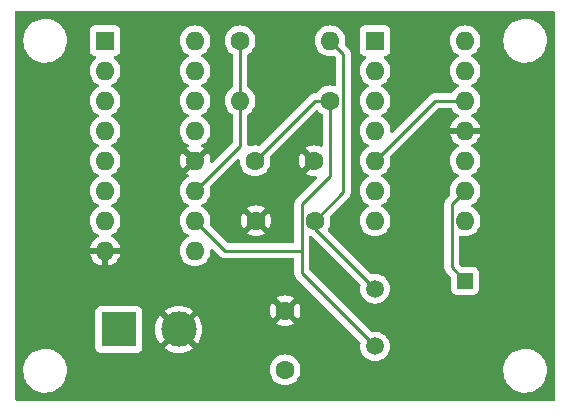
<source format=gbr>
%TF.GenerationSoftware,KiCad,Pcbnew,7.0.9*%
%TF.CreationDate,2023-11-22T20:22:54-05:00*%
%TF.ProjectId,tick-circuit,7469636b-2d63-4697-9263-7569742e6b69,rev?*%
%TF.SameCoordinates,Original*%
%TF.FileFunction,Copper,L1,Top*%
%TF.FilePolarity,Positive*%
%FSLAX46Y46*%
G04 Gerber Fmt 4.6, Leading zero omitted, Abs format (unit mm)*
G04 Created by KiCad (PCBNEW 7.0.9) date 2023-11-22 20:22:54*
%MOMM*%
%LPD*%
G01*
G04 APERTURE LIST*
%TA.AperFunction,ComponentPad*%
%ADD10R,1.350000X1.350000*%
%TD*%
%TA.AperFunction,ComponentPad*%
%ADD11C,1.600000*%
%TD*%
%TA.AperFunction,ComponentPad*%
%ADD12O,1.600000X1.600000*%
%TD*%
%TA.AperFunction,ComponentPad*%
%ADD13R,1.600000X1.600000*%
%TD*%
%TA.AperFunction,ComponentPad*%
%ADD14C,1.500000*%
%TD*%
%TA.AperFunction,ComponentPad*%
%ADD15R,3.000000X3.000000*%
%TD*%
%TA.AperFunction,ComponentPad*%
%ADD16C,3.000000*%
%TD*%
%TA.AperFunction,Conductor*%
%ADD17C,0.250000*%
%TD*%
G04 APERTURE END LIST*
D10*
%TO.P,J2,1,Pin_1*%
%TO.N,Net-(J2-Pin_1)*%
X50800000Y-35560000D03*
%TD*%
D11*
%TO.P,R2,1*%
%TO.N,Net-(U1-RS)*%
X31750000Y-15240000D03*
D12*
%TO.P,R2,2*%
%TO.N,Net-(C2-Pad1)*%
X39370000Y-15240000D03*
%TD*%
D11*
%TO.P,R1,1*%
%TO.N,Net-(U1-RTC)*%
X39370000Y-20320000D03*
D12*
%TO.P,R1,2*%
%TO.N,Net-(U1-RS)*%
X31750000Y-20320000D03*
%TD*%
D13*
%TO.P,U1,1,Q11*%
%TO.N,unconnected-(U1-Q11-Pad1)*%
X20320000Y-15240000D03*
D12*
%TO.P,U1,2,Q12*%
%TO.N,unconnected-(U1-Q12-Pad2)*%
X20320000Y-17780000D03*
%TO.P,U1,3,Q13*%
%TO.N,Net-(U1-Q13)*%
X20320000Y-20320000D03*
%TO.P,U1,4,Q5*%
%TO.N,unconnected-(U1-Q5-Pad4)*%
X20320000Y-22860000D03*
%TO.P,U1,5,Q4*%
%TO.N,unconnected-(U1-Q4-Pad5)*%
X20320000Y-25400000D03*
%TO.P,U1,6,Q6*%
%TO.N,unconnected-(U1-Q6-Pad6)*%
X20320000Y-27940000D03*
%TO.P,U1,7,Q3*%
%TO.N,unconnected-(U1-Q3-Pad7)*%
X20320000Y-30480000D03*
%TO.P,U1,8,GND*%
%TO.N,GND*%
X20320000Y-33020000D03*
%TO.P,U1,9,CTC*%
%TO.N,unconnected-(U1-CTC-Pad9)*%
X27940000Y-33020000D03*
%TO.P,U1,10,RTC*%
%TO.N,Net-(U1-RTC)*%
X27940000Y-30480000D03*
%TO.P,U1,11,RS*%
%TO.N,Net-(U1-RS)*%
X27940000Y-27940000D03*
%TO.P,U1,12,MR*%
%TO.N,GND*%
X27940000Y-25400000D03*
%TO.P,U1,13,Q8*%
%TO.N,unconnected-(U1-Q8-Pad13)*%
X27940000Y-22860000D03*
%TO.P,U1,14,Q7*%
%TO.N,unconnected-(U1-Q7-Pad14)*%
X27940000Y-20320000D03*
%TO.P,U1,15,Q9*%
%TO.N,unconnected-(U1-Q9-Pad15)*%
X27940000Y-17780000D03*
%TO.P,U1,16,V+*%
%TO.N,+5V*%
X27940000Y-15240000D03*
%TD*%
D11*
%TO.P,C2,1*%
%TO.N,Net-(C2-Pad1)*%
X38100000Y-30480000D03*
%TO.P,C2,2*%
%TO.N,GND*%
X33100000Y-30480000D03*
%TD*%
D14*
%TO.P,X1,1,1*%
%TO.N,Net-(U1-RTC)*%
X43180000Y-41120000D03*
%TO.P,X1,2,2*%
%TO.N,Net-(C2-Pad1)*%
X43180000Y-36240000D03*
%TD*%
D11*
%TO.P,C3,1*%
%TO.N,+5V*%
X35560000Y-43100000D03*
%TO.P,C3,2*%
%TO.N,GND*%
X35560000Y-38100000D03*
%TD*%
D15*
%TO.P,J1,1,Pin_1*%
%TO.N,+5V*%
X21480000Y-39690000D03*
D16*
%TO.P,J1,2,Pin_2*%
%TO.N,GND*%
X26560000Y-39690000D03*
%TD*%
D13*
%TO.P,U2,1,C*%
%TO.N,Net-(U1-Q13)*%
X43180000Y-15240000D03*
D12*
%TO.P,U2,2,~{R}*%
%TO.N,+5V*%
X43180000Y-17780000D03*
%TO.P,U2,3,K*%
X43180000Y-20320000D03*
%TO.P,U2,4,VCC*%
X43180000Y-22860000D03*
%TO.P,U2,5,C*%
%TO.N,Net-(U2A-C)*%
X43180000Y-25400000D03*
%TO.P,U2,6,~{R}*%
%TO.N,+5V*%
X43180000Y-27940000D03*
%TO.P,U2,7,J*%
X43180000Y-30480000D03*
%TO.P,U2,8,~{Q}*%
%TO.N,unconnected-(U2A-~{Q}-Pad8)*%
X50800000Y-30480000D03*
%TO.P,U2,9,Q*%
%TO.N,Net-(J2-Pin_1)*%
X50800000Y-27940000D03*
%TO.P,U2,10,K*%
%TO.N,+5V*%
X50800000Y-25400000D03*
%TO.P,U2,11,GND*%
%TO.N,GND*%
X50800000Y-22860000D03*
%TO.P,U2,12,Q*%
%TO.N,Net-(U2A-C)*%
X50800000Y-20320000D03*
%TO.P,U2,13,~{Q}*%
%TO.N,unconnected-(U2B-~{Q}-Pad13)*%
X50800000Y-17780000D03*
%TO.P,U2,14,J*%
%TO.N,+5V*%
X50800000Y-15240000D03*
%TD*%
D11*
%TO.P,C1,1*%
%TO.N,Net-(U1-RTC)*%
X33020000Y-25400000D03*
%TO.P,C1,2*%
%TO.N,GND*%
X38020000Y-25400000D03*
%TD*%
D17*
%TO.N,Net-(U1-RTC)*%
X39370000Y-20320000D02*
X38100000Y-20320000D01*
X38100000Y-20320000D02*
X33020000Y-25400000D01*
%TO.N,Net-(U1-RS)*%
X31750000Y-20320000D02*
X31750000Y-15696827D01*
X31750000Y-15696827D02*
X31978414Y-15468413D01*
X27940000Y-27940000D02*
X31750000Y-24130000D01*
X31750000Y-24130000D02*
X31750000Y-20320000D01*
%TO.N,Net-(U1-RTC)*%
X39370000Y-20320000D02*
X39370000Y-26670000D01*
X39370000Y-26670000D02*
X36975000Y-29065000D01*
X36975000Y-29065000D02*
X36975000Y-33020000D01*
%TO.N,Net-(C2-Pad1)*%
X38100000Y-30480000D02*
X40495000Y-28085000D01*
X40495000Y-16365000D02*
X39370000Y-15240000D01*
X40495000Y-28085000D02*
X40495000Y-16365000D01*
%TO.N,Net-(J2-Pin_1)*%
X50800000Y-35560000D02*
X49675000Y-34435000D01*
X49675000Y-34435000D02*
X49675000Y-29065000D01*
X49675000Y-29065000D02*
X50800000Y-27940000D01*
%TO.N,Net-(U1-RTC)*%
X43180000Y-41120000D02*
X36975000Y-34915000D01*
X36975000Y-33020000D02*
X30480000Y-33020000D01*
X30480000Y-33020000D02*
X27940000Y-30480000D01*
X36975000Y-34915000D02*
X36975000Y-33020000D01*
X43180000Y-40640000D02*
X43180000Y-41120000D01*
%TO.N,Net-(C2-Pad1)*%
X43180000Y-36240000D02*
X38100000Y-31160000D01*
X38100000Y-31160000D02*
X38100000Y-30480000D01*
%TO.N,Net-(U2A-C)*%
X48260000Y-20320000D02*
X43180000Y-25400000D01*
X50800000Y-20320000D02*
X48260000Y-20320000D01*
%TD*%
%TA.AperFunction,Conductor*%
%TO.N,GND*%
G36*
X38304015Y-21103088D02*
G01*
X38359948Y-21144960D01*
X38362256Y-21148147D01*
X38369954Y-21159141D01*
X38530858Y-21320045D01*
X38691623Y-21432613D01*
X38735248Y-21487189D01*
X38744500Y-21534188D01*
X38744500Y-24108807D01*
X38724815Y-24175846D01*
X38672011Y-24221601D01*
X38602853Y-24231545D01*
X38568096Y-24221189D01*
X38466331Y-24173735D01*
X38466317Y-24173730D01*
X38246610Y-24114860D01*
X38246599Y-24114858D01*
X38020002Y-24095034D01*
X38019998Y-24095034D01*
X37793400Y-24114858D01*
X37793389Y-24114860D01*
X37573682Y-24173730D01*
X37573673Y-24173734D01*
X37367513Y-24269868D01*
X37294526Y-24320973D01*
X37975599Y-25002046D01*
X37894852Y-25014835D01*
X37781955Y-25072359D01*
X37692359Y-25161955D01*
X37634835Y-25274852D01*
X37622046Y-25355599D01*
X36940973Y-24674526D01*
X36940972Y-24674527D01*
X36889868Y-24747513D01*
X36793734Y-24953673D01*
X36793730Y-24953682D01*
X36734860Y-25173389D01*
X36734858Y-25173400D01*
X36715034Y-25399997D01*
X36715034Y-25400002D01*
X36734858Y-25626599D01*
X36734860Y-25626610D01*
X36793730Y-25846317D01*
X36793734Y-25846326D01*
X36889865Y-26052481D01*
X36889866Y-26052483D01*
X36940973Y-26125471D01*
X36940974Y-26125472D01*
X37622046Y-25444399D01*
X37634835Y-25525148D01*
X37692359Y-25638045D01*
X37781955Y-25727641D01*
X37894852Y-25785165D01*
X37975597Y-25797953D01*
X37294526Y-26479025D01*
X37294526Y-26479026D01*
X37367512Y-26530131D01*
X37367516Y-26530133D01*
X37573673Y-26626265D01*
X37573682Y-26626269D01*
X37793389Y-26685139D01*
X37793400Y-26685141D01*
X38019998Y-26704966D01*
X38020001Y-26704966D01*
X38152320Y-26693389D01*
X38220820Y-26707155D01*
X38271003Y-26755770D01*
X38286937Y-26823799D01*
X38263562Y-26889643D01*
X38250809Y-26904598D01*
X36591208Y-28564199D01*
X36578951Y-28574020D01*
X36579134Y-28574241D01*
X36573123Y-28579213D01*
X36525772Y-28629636D01*
X36504889Y-28650519D01*
X36504877Y-28650532D01*
X36500621Y-28656017D01*
X36496837Y-28660447D01*
X36464937Y-28694418D01*
X36464936Y-28694420D01*
X36455284Y-28711976D01*
X36444610Y-28728226D01*
X36432329Y-28744061D01*
X36432324Y-28744068D01*
X36413815Y-28786838D01*
X36411245Y-28792084D01*
X36388803Y-28832906D01*
X36383822Y-28852307D01*
X36377521Y-28870710D01*
X36369562Y-28889102D01*
X36369561Y-28889105D01*
X36362271Y-28935127D01*
X36361087Y-28940846D01*
X36349501Y-28985972D01*
X36349500Y-28985982D01*
X36349500Y-29006016D01*
X36347973Y-29025415D01*
X36344840Y-29045194D01*
X36344840Y-29045195D01*
X36349225Y-29091583D01*
X36349500Y-29097421D01*
X36349500Y-32270500D01*
X36329815Y-32337539D01*
X36277011Y-32383294D01*
X36225500Y-32394500D01*
X30790453Y-32394500D01*
X30723414Y-32374815D01*
X30702772Y-32358181D01*
X29239413Y-30894822D01*
X29205928Y-30833499D01*
X29207319Y-30775048D01*
X29225635Y-30706692D01*
X29245468Y-30480002D01*
X31795034Y-30480002D01*
X31814858Y-30706599D01*
X31814860Y-30706610D01*
X31873730Y-30926317D01*
X31873734Y-30926326D01*
X31969865Y-31132481D01*
X31969866Y-31132483D01*
X32020973Y-31205471D01*
X32020974Y-31205472D01*
X32702046Y-30524399D01*
X32714835Y-30605148D01*
X32772359Y-30718045D01*
X32861955Y-30807641D01*
X32974852Y-30865165D01*
X33055599Y-30877953D01*
X32374526Y-31559025D01*
X32374526Y-31559026D01*
X32447512Y-31610131D01*
X32447516Y-31610133D01*
X32653673Y-31706265D01*
X32653682Y-31706269D01*
X32873389Y-31765139D01*
X32873400Y-31765141D01*
X33099998Y-31784966D01*
X33100002Y-31784966D01*
X33326599Y-31765141D01*
X33326610Y-31765139D01*
X33546317Y-31706269D01*
X33546331Y-31706264D01*
X33752478Y-31610136D01*
X33825472Y-31559025D01*
X33144401Y-30877953D01*
X33225148Y-30865165D01*
X33338045Y-30807641D01*
X33427641Y-30718045D01*
X33485165Y-30605148D01*
X33497953Y-30524400D01*
X34179025Y-31205472D01*
X34230136Y-31132478D01*
X34326264Y-30926331D01*
X34326269Y-30926317D01*
X34385139Y-30706610D01*
X34385141Y-30706599D01*
X34404966Y-30480002D01*
X34404966Y-30479997D01*
X34385141Y-30253400D01*
X34385139Y-30253389D01*
X34326269Y-30033682D01*
X34326265Y-30033673D01*
X34230133Y-29827516D01*
X34230131Y-29827512D01*
X34179026Y-29754526D01*
X34179025Y-29754526D01*
X33497953Y-30435598D01*
X33485165Y-30354852D01*
X33427641Y-30241955D01*
X33338045Y-30152359D01*
X33225148Y-30094835D01*
X33144400Y-30082046D01*
X33825472Y-29400974D01*
X33825471Y-29400973D01*
X33752483Y-29349866D01*
X33752481Y-29349865D01*
X33546326Y-29253734D01*
X33546317Y-29253730D01*
X33326610Y-29194860D01*
X33326599Y-29194858D01*
X33100002Y-29175034D01*
X33099998Y-29175034D01*
X32873400Y-29194858D01*
X32873389Y-29194860D01*
X32653682Y-29253730D01*
X32653673Y-29253734D01*
X32447513Y-29349868D01*
X32374527Y-29400972D01*
X32374526Y-29400973D01*
X33055600Y-30082046D01*
X32974852Y-30094835D01*
X32861955Y-30152359D01*
X32772359Y-30241955D01*
X32714835Y-30354852D01*
X32702046Y-30435599D01*
X32020973Y-29754526D01*
X32020972Y-29754527D01*
X31969868Y-29827513D01*
X31873734Y-30033673D01*
X31873730Y-30033682D01*
X31814860Y-30253389D01*
X31814858Y-30253400D01*
X31795034Y-30479997D01*
X31795034Y-30480002D01*
X29245468Y-30480002D01*
X29245468Y-30480000D01*
X29225635Y-30253308D01*
X29166739Y-30033504D01*
X29070568Y-29827266D01*
X28940047Y-29640861D01*
X28940045Y-29640858D01*
X28779141Y-29479954D01*
X28592734Y-29349432D01*
X28592728Y-29349429D01*
X28534725Y-29322382D01*
X28482285Y-29276210D01*
X28463133Y-29209017D01*
X28483348Y-29142135D01*
X28534725Y-29097618D01*
X28592734Y-29070568D01*
X28779139Y-28940047D01*
X28940047Y-28779139D01*
X29070568Y-28592734D01*
X29166739Y-28386496D01*
X29225635Y-28166692D01*
X29245468Y-27940000D01*
X29225635Y-27713308D01*
X29207318Y-27644947D01*
X29208981Y-27575101D01*
X29239410Y-27525178D01*
X31507183Y-25257405D01*
X31568504Y-25223922D01*
X31638196Y-25228906D01*
X31694129Y-25270778D01*
X31718546Y-25336242D01*
X31718390Y-25355894D01*
X31714532Y-25399996D01*
X31714532Y-25400001D01*
X31734364Y-25626686D01*
X31734366Y-25626697D01*
X31793258Y-25846488D01*
X31793261Y-25846497D01*
X31889431Y-26052732D01*
X31889432Y-26052734D01*
X32019954Y-26239141D01*
X32180858Y-26400045D01*
X32180861Y-26400047D01*
X32367266Y-26530568D01*
X32573504Y-26626739D01*
X32793308Y-26685635D01*
X32955230Y-26699801D01*
X33019998Y-26705468D01*
X33020000Y-26705468D01*
X33020002Y-26705468D01*
X33076673Y-26700509D01*
X33246692Y-26685635D01*
X33466496Y-26626739D01*
X33672734Y-26530568D01*
X33859139Y-26400047D01*
X34020047Y-26239139D01*
X34150568Y-26052734D01*
X34246739Y-25846496D01*
X34305635Y-25626692D01*
X34325468Y-25400000D01*
X34305635Y-25173308D01*
X34287318Y-25104948D01*
X34288981Y-25035103D01*
X34319410Y-24985179D01*
X38173002Y-21131587D01*
X38234323Y-21098104D01*
X38304015Y-21103088D01*
G37*
%TD.AperFunction*%
%TA.AperFunction,Conductor*%
G36*
X58362539Y-12720185D02*
G01*
X58408294Y-12772989D01*
X58419500Y-12824500D01*
X58419500Y-45595500D01*
X58399815Y-45662539D01*
X58347011Y-45708294D01*
X58295500Y-45719500D01*
X12824500Y-45719500D01*
X12757461Y-45699815D01*
X12711706Y-45647011D01*
X12700500Y-45595500D01*
X12700500Y-43247763D01*
X13385787Y-43247763D01*
X13415413Y-43517013D01*
X13415415Y-43517024D01*
X13477038Y-43752734D01*
X13483928Y-43779088D01*
X13589870Y-44028390D01*
X13633601Y-44100045D01*
X13730979Y-44259605D01*
X13730986Y-44259615D01*
X13904253Y-44467819D01*
X13904259Y-44467824D01*
X14105998Y-44648582D01*
X14331910Y-44798044D01*
X14577176Y-44913020D01*
X14577183Y-44913022D01*
X14577185Y-44913023D01*
X14836557Y-44991057D01*
X14836564Y-44991058D01*
X14836569Y-44991060D01*
X15104561Y-45030500D01*
X15104566Y-45030500D01*
X15307636Y-45030500D01*
X15359133Y-45026730D01*
X15510156Y-45015677D01*
X15622758Y-44990593D01*
X15774546Y-44956782D01*
X15774548Y-44956781D01*
X15774553Y-44956780D01*
X16027558Y-44860014D01*
X16263777Y-44727441D01*
X16478177Y-44561888D01*
X16666186Y-44366881D01*
X16823799Y-44146579D01*
X16930451Y-43939139D01*
X16947649Y-43905690D01*
X16947651Y-43905684D01*
X16947656Y-43905675D01*
X17035118Y-43649305D01*
X17084319Y-43382933D01*
X17094212Y-43112235D01*
X17092866Y-43100001D01*
X34254532Y-43100001D01*
X34274364Y-43326686D01*
X34274366Y-43326697D01*
X34333258Y-43546488D01*
X34333261Y-43546497D01*
X34429431Y-43752732D01*
X34429432Y-43752734D01*
X34559954Y-43939141D01*
X34720858Y-44100045D01*
X34720861Y-44100047D01*
X34907266Y-44230568D01*
X35113504Y-44326739D01*
X35333308Y-44385635D01*
X35495230Y-44399801D01*
X35559998Y-44405468D01*
X35560000Y-44405468D01*
X35560002Y-44405468D01*
X35616673Y-44400509D01*
X35786692Y-44385635D01*
X36006496Y-44326739D01*
X36212734Y-44230568D01*
X36399139Y-44100047D01*
X36560047Y-43939139D01*
X36690568Y-43752734D01*
X36786739Y-43546496D01*
X36845635Y-43326692D01*
X36852540Y-43247763D01*
X54025787Y-43247763D01*
X54055413Y-43517013D01*
X54055415Y-43517024D01*
X54117038Y-43752734D01*
X54123928Y-43779088D01*
X54229870Y-44028390D01*
X54273601Y-44100045D01*
X54370979Y-44259605D01*
X54370986Y-44259615D01*
X54544253Y-44467819D01*
X54544259Y-44467824D01*
X54745998Y-44648582D01*
X54971910Y-44798044D01*
X55217176Y-44913020D01*
X55217183Y-44913022D01*
X55217185Y-44913023D01*
X55476557Y-44991057D01*
X55476564Y-44991058D01*
X55476569Y-44991060D01*
X55744561Y-45030500D01*
X55744566Y-45030500D01*
X55947636Y-45030500D01*
X55999133Y-45026730D01*
X56150156Y-45015677D01*
X56262758Y-44990593D01*
X56414546Y-44956782D01*
X56414548Y-44956781D01*
X56414553Y-44956780D01*
X56667558Y-44860014D01*
X56903777Y-44727441D01*
X57118177Y-44561888D01*
X57306186Y-44366881D01*
X57463799Y-44146579D01*
X57570451Y-43939139D01*
X57587649Y-43905690D01*
X57587651Y-43905684D01*
X57587656Y-43905675D01*
X57675118Y-43649305D01*
X57724319Y-43382933D01*
X57734212Y-43112235D01*
X57704586Y-42842982D01*
X57636072Y-42580912D01*
X57530130Y-42331610D01*
X57389018Y-42100390D01*
X57299747Y-41993119D01*
X57215746Y-41892180D01*
X57215740Y-41892175D01*
X57014002Y-41711418D01*
X56788092Y-41561957D01*
X56757353Y-41547547D01*
X56542824Y-41446980D01*
X56542819Y-41446978D01*
X56542814Y-41446976D01*
X56283442Y-41368942D01*
X56283428Y-41368939D01*
X56167791Y-41351921D01*
X56015439Y-41329500D01*
X55812369Y-41329500D01*
X55812364Y-41329500D01*
X55609844Y-41344323D01*
X55609831Y-41344325D01*
X55345453Y-41403217D01*
X55345446Y-41403220D01*
X55092439Y-41499987D01*
X54856226Y-41632557D01*
X54641822Y-41798112D01*
X54453822Y-41993109D01*
X54453816Y-41993116D01*
X54296202Y-42213419D01*
X54296199Y-42213424D01*
X54172350Y-42454309D01*
X54172343Y-42454327D01*
X54084884Y-42710685D01*
X54084881Y-42710699D01*
X54035681Y-42977068D01*
X54035680Y-42977075D01*
X54025787Y-43247763D01*
X36852540Y-43247763D01*
X36865468Y-43100000D01*
X36845635Y-42873308D01*
X36786739Y-42653504D01*
X36690568Y-42447266D01*
X36560047Y-42260861D01*
X36560045Y-42260858D01*
X36399141Y-42099954D01*
X36212734Y-41969432D01*
X36212732Y-41969431D01*
X36006497Y-41873261D01*
X36006488Y-41873258D01*
X35786697Y-41814366D01*
X35786693Y-41814365D01*
X35786692Y-41814365D01*
X35786691Y-41814364D01*
X35786686Y-41814364D01*
X35560002Y-41794532D01*
X35559998Y-41794532D01*
X35333313Y-41814364D01*
X35333302Y-41814366D01*
X35113511Y-41873258D01*
X35113502Y-41873261D01*
X34907267Y-41969431D01*
X34907265Y-41969432D01*
X34720858Y-42099954D01*
X34559954Y-42260858D01*
X34429432Y-42447265D01*
X34429431Y-42447267D01*
X34333261Y-42653502D01*
X34333258Y-42653511D01*
X34274366Y-42873302D01*
X34274364Y-42873313D01*
X34254532Y-43099998D01*
X34254532Y-43100001D01*
X17092866Y-43100001D01*
X17064586Y-42842982D01*
X16996072Y-42580912D01*
X16890130Y-42331610D01*
X16749018Y-42100390D01*
X16659747Y-41993119D01*
X16575746Y-41892180D01*
X16575740Y-41892175D01*
X16374002Y-41711418D01*
X16148092Y-41561957D01*
X16117353Y-41547547D01*
X15902824Y-41446980D01*
X15902819Y-41446978D01*
X15902814Y-41446976D01*
X15643442Y-41368942D01*
X15643428Y-41368939D01*
X15527791Y-41351921D01*
X15375439Y-41329500D01*
X15172369Y-41329500D01*
X15172364Y-41329500D01*
X14969844Y-41344323D01*
X14969831Y-41344325D01*
X14705453Y-41403217D01*
X14705446Y-41403220D01*
X14452439Y-41499987D01*
X14216226Y-41632557D01*
X14001822Y-41798112D01*
X13813822Y-41993109D01*
X13813816Y-41993116D01*
X13656202Y-42213419D01*
X13656199Y-42213424D01*
X13532350Y-42454309D01*
X13532343Y-42454327D01*
X13444884Y-42710685D01*
X13444881Y-42710699D01*
X13395681Y-42977068D01*
X13395680Y-42977075D01*
X13385787Y-43247763D01*
X12700500Y-43247763D01*
X12700500Y-41237870D01*
X19479500Y-41237870D01*
X19479501Y-41237876D01*
X19485908Y-41297483D01*
X19536202Y-41432328D01*
X19536206Y-41432335D01*
X19622452Y-41547544D01*
X19622455Y-41547547D01*
X19737664Y-41633793D01*
X19737671Y-41633797D01*
X19872517Y-41684091D01*
X19872516Y-41684091D01*
X19879444Y-41684835D01*
X19932127Y-41690500D01*
X23027872Y-41690499D01*
X23087483Y-41684091D01*
X23222331Y-41633796D01*
X23337546Y-41547546D01*
X23423796Y-41432331D01*
X23474091Y-41297483D01*
X23480500Y-41237873D01*
X23480500Y-39690001D01*
X24554891Y-39690001D01*
X24575300Y-39975362D01*
X24636109Y-40254895D01*
X24736091Y-40522958D01*
X24873191Y-40774038D01*
X24873196Y-40774046D01*
X24979882Y-40916561D01*
X24979883Y-40916562D01*
X25875195Y-40021250D01*
X25897340Y-40072587D01*
X26003433Y-40215094D01*
X26139530Y-40329294D01*
X26229216Y-40374335D01*
X25333436Y-41270115D01*
X25475960Y-41376807D01*
X25475961Y-41376808D01*
X25727042Y-41513908D01*
X25727041Y-41513908D01*
X25995104Y-41613890D01*
X26274637Y-41674699D01*
X26559999Y-41695109D01*
X26560001Y-41695109D01*
X26845362Y-41674699D01*
X27124895Y-41613890D01*
X27392958Y-41513908D01*
X27644047Y-41376803D01*
X27786561Y-41270116D01*
X27786562Y-41270115D01*
X26893748Y-40377300D01*
X26903409Y-40373784D01*
X27051844Y-40276157D01*
X27173764Y-40146930D01*
X27245768Y-40022215D01*
X28140115Y-40916562D01*
X28140116Y-40916561D01*
X28246803Y-40774047D01*
X28383908Y-40522958D01*
X28483890Y-40254895D01*
X28544699Y-39975362D01*
X28565109Y-39690001D01*
X28565109Y-39689998D01*
X28544699Y-39404637D01*
X28483890Y-39125104D01*
X28383908Y-38857041D01*
X28246808Y-38605961D01*
X28246807Y-38605960D01*
X28140115Y-38463436D01*
X27244803Y-39358747D01*
X27222660Y-39307413D01*
X27116567Y-39164906D01*
X26980470Y-39050706D01*
X26890782Y-39005663D01*
X27786562Y-38109883D01*
X27786561Y-38109882D01*
X27773363Y-38100002D01*
X34255034Y-38100002D01*
X34274858Y-38326599D01*
X34274860Y-38326610D01*
X34333730Y-38546317D01*
X34333734Y-38546326D01*
X34429865Y-38752481D01*
X34429866Y-38752483D01*
X34480973Y-38825471D01*
X34480974Y-38825472D01*
X35162046Y-38144399D01*
X35174835Y-38225148D01*
X35232359Y-38338045D01*
X35321955Y-38427641D01*
X35434852Y-38485165D01*
X35515599Y-38497953D01*
X34834526Y-39179025D01*
X34834526Y-39179026D01*
X34907512Y-39230131D01*
X34907516Y-39230133D01*
X35113673Y-39326265D01*
X35113682Y-39326269D01*
X35333389Y-39385139D01*
X35333400Y-39385141D01*
X35559998Y-39404966D01*
X35560002Y-39404966D01*
X35786599Y-39385141D01*
X35786610Y-39385139D01*
X36006317Y-39326269D01*
X36006331Y-39326264D01*
X36212478Y-39230136D01*
X36285472Y-39179025D01*
X35604401Y-38497953D01*
X35685148Y-38485165D01*
X35798045Y-38427641D01*
X35887641Y-38338045D01*
X35945165Y-38225148D01*
X35957953Y-38144400D01*
X36639025Y-38825472D01*
X36690136Y-38752478D01*
X36786264Y-38546331D01*
X36786269Y-38546317D01*
X36845139Y-38326610D01*
X36845141Y-38326599D01*
X36864966Y-38100002D01*
X36864966Y-38099997D01*
X36845141Y-37873400D01*
X36845139Y-37873389D01*
X36786269Y-37653682D01*
X36786265Y-37653673D01*
X36690133Y-37447516D01*
X36690131Y-37447512D01*
X36639026Y-37374526D01*
X36639025Y-37374526D01*
X35957953Y-38055598D01*
X35945165Y-37974852D01*
X35887641Y-37861955D01*
X35798045Y-37772359D01*
X35685148Y-37714835D01*
X35604400Y-37702046D01*
X36285472Y-37020974D01*
X36285471Y-37020973D01*
X36212483Y-36969866D01*
X36212481Y-36969865D01*
X36006326Y-36873734D01*
X36006317Y-36873730D01*
X35786610Y-36814860D01*
X35786599Y-36814858D01*
X35560002Y-36795034D01*
X35559998Y-36795034D01*
X35333400Y-36814858D01*
X35333389Y-36814860D01*
X35113682Y-36873730D01*
X35113673Y-36873734D01*
X34907513Y-36969868D01*
X34834527Y-37020972D01*
X34834526Y-37020973D01*
X35515600Y-37702046D01*
X35434852Y-37714835D01*
X35321955Y-37772359D01*
X35232359Y-37861955D01*
X35174835Y-37974852D01*
X35162046Y-38055599D01*
X34480973Y-37374526D01*
X34480972Y-37374527D01*
X34429868Y-37447513D01*
X34333734Y-37653673D01*
X34333730Y-37653682D01*
X34274860Y-37873389D01*
X34274858Y-37873400D01*
X34255034Y-38099997D01*
X34255034Y-38100002D01*
X27773363Y-38100002D01*
X27644046Y-38003196D01*
X27644038Y-38003191D01*
X27392957Y-37866091D01*
X27392958Y-37866091D01*
X27124895Y-37766109D01*
X26845362Y-37705300D01*
X26560001Y-37684891D01*
X26559999Y-37684891D01*
X26274637Y-37705300D01*
X25995104Y-37766109D01*
X25727041Y-37866091D01*
X25475961Y-38003191D01*
X25475953Y-38003196D01*
X25333437Y-38109882D01*
X25333436Y-38109883D01*
X26226252Y-39002699D01*
X26216591Y-39006216D01*
X26068156Y-39103843D01*
X25946236Y-39233070D01*
X25874231Y-39357784D01*
X24979883Y-38463436D01*
X24979882Y-38463437D01*
X24873196Y-38605953D01*
X24873191Y-38605961D01*
X24736091Y-38857041D01*
X24636109Y-39125104D01*
X24575300Y-39404637D01*
X24554891Y-39689998D01*
X24554891Y-39690001D01*
X23480500Y-39690001D01*
X23480499Y-38142128D01*
X23474091Y-38082517D01*
X23444506Y-38003196D01*
X23423797Y-37947671D01*
X23423793Y-37947664D01*
X23337547Y-37832455D01*
X23337544Y-37832452D01*
X23222335Y-37746206D01*
X23222328Y-37746202D01*
X23087482Y-37695908D01*
X23087483Y-37695908D01*
X23027883Y-37689501D01*
X23027881Y-37689500D01*
X23027873Y-37689500D01*
X23027864Y-37689500D01*
X19932129Y-37689500D01*
X19932123Y-37689501D01*
X19872516Y-37695908D01*
X19737671Y-37746202D01*
X19737664Y-37746206D01*
X19622455Y-37832452D01*
X19622452Y-37832455D01*
X19536206Y-37947664D01*
X19536202Y-37947671D01*
X19485908Y-38082517D01*
X19479501Y-38142116D01*
X19479501Y-38142123D01*
X19479500Y-38142135D01*
X19479500Y-41237870D01*
X12700500Y-41237870D01*
X12700500Y-30480001D01*
X19014532Y-30480001D01*
X19034364Y-30706686D01*
X19034366Y-30706697D01*
X19093258Y-30926488D01*
X19093261Y-30926497D01*
X19189431Y-31132732D01*
X19189432Y-31132734D01*
X19319954Y-31319141D01*
X19480858Y-31480045D01*
X19480861Y-31480047D01*
X19667266Y-31610568D01*
X19725865Y-31637893D01*
X19778305Y-31684065D01*
X19797457Y-31751258D01*
X19777242Y-31818139D01*
X19725867Y-31862657D01*
X19667515Y-31889867D01*
X19481179Y-32020342D01*
X19320342Y-32181179D01*
X19189865Y-32367517D01*
X19093734Y-32573673D01*
X19093730Y-32573682D01*
X19041127Y-32769999D01*
X19041128Y-32770000D01*
X20004314Y-32770000D01*
X19992359Y-32781955D01*
X19934835Y-32894852D01*
X19915014Y-33020000D01*
X19934835Y-33145148D01*
X19992359Y-33258045D01*
X20004314Y-33270000D01*
X19041128Y-33270000D01*
X19093730Y-33466317D01*
X19093734Y-33466326D01*
X19189865Y-33672482D01*
X19320342Y-33858820D01*
X19481179Y-34019657D01*
X19667517Y-34150134D01*
X19873673Y-34246265D01*
X19873682Y-34246269D01*
X20069999Y-34298872D01*
X20070000Y-34298871D01*
X20070000Y-33335686D01*
X20081955Y-33347641D01*
X20194852Y-33405165D01*
X20288519Y-33420000D01*
X20351481Y-33420000D01*
X20445148Y-33405165D01*
X20558045Y-33347641D01*
X20570000Y-33335686D01*
X20570000Y-34298872D01*
X20766317Y-34246269D01*
X20766326Y-34246265D01*
X20972482Y-34150134D01*
X21158820Y-34019657D01*
X21319657Y-33858820D01*
X21450134Y-33672482D01*
X21546265Y-33466326D01*
X21546269Y-33466317D01*
X21598872Y-33270000D01*
X20635686Y-33270000D01*
X20647641Y-33258045D01*
X20705165Y-33145148D01*
X20724986Y-33020001D01*
X26634532Y-33020001D01*
X26654364Y-33246686D01*
X26654366Y-33246697D01*
X26713258Y-33466488D01*
X26713261Y-33466497D01*
X26809431Y-33672732D01*
X26809432Y-33672734D01*
X26939954Y-33859141D01*
X27100858Y-34020045D01*
X27100861Y-34020047D01*
X27287266Y-34150568D01*
X27493504Y-34246739D01*
X27713308Y-34305635D01*
X27875230Y-34319801D01*
X27939998Y-34325468D01*
X27940000Y-34325468D01*
X27940002Y-34325468D01*
X27996673Y-34320509D01*
X28166692Y-34305635D01*
X28386496Y-34246739D01*
X28592734Y-34150568D01*
X28779139Y-34020047D01*
X28940047Y-33859139D01*
X29070568Y-33672734D01*
X29166739Y-33466496D01*
X29225635Y-33246692D01*
X29245468Y-33020000D01*
X29241609Y-32975896D01*
X29255375Y-32907399D01*
X29303989Y-32857215D01*
X29372018Y-32841281D01*
X29437862Y-32864655D01*
X29452818Y-32877409D01*
X29979197Y-33403788D01*
X29989022Y-33416051D01*
X29989243Y-33415869D01*
X29994214Y-33421878D01*
X30020217Y-33446295D01*
X30044635Y-33469226D01*
X30065529Y-33490120D01*
X30071011Y-33494373D01*
X30075443Y-33498157D01*
X30109418Y-33530062D01*
X30126976Y-33539714D01*
X30143235Y-33550395D01*
X30159064Y-33562673D01*
X30201838Y-33581182D01*
X30207056Y-33583738D01*
X30247908Y-33606197D01*
X30267316Y-33611180D01*
X30285717Y-33617480D01*
X30304104Y-33625437D01*
X30347488Y-33632308D01*
X30350119Y-33632725D01*
X30355839Y-33633909D01*
X30400981Y-33645500D01*
X30421016Y-33645500D01*
X30440414Y-33647026D01*
X30460194Y-33650159D01*
X30460195Y-33650160D01*
X30460195Y-33650159D01*
X30460196Y-33650160D01*
X30506584Y-33645775D01*
X30512422Y-33645500D01*
X36225500Y-33645500D01*
X36292539Y-33665185D01*
X36338294Y-33717989D01*
X36349500Y-33769500D01*
X36349500Y-34832255D01*
X36347775Y-34847872D01*
X36348061Y-34847899D01*
X36347326Y-34855665D01*
X36349500Y-34924814D01*
X36349500Y-34954343D01*
X36349501Y-34954360D01*
X36350368Y-34961231D01*
X36350826Y-34967050D01*
X36352290Y-35013624D01*
X36352291Y-35013627D01*
X36357880Y-35032867D01*
X36361824Y-35051911D01*
X36364336Y-35071791D01*
X36381490Y-35115119D01*
X36383382Y-35120647D01*
X36396381Y-35165388D01*
X36406580Y-35182634D01*
X36415138Y-35200103D01*
X36422514Y-35218732D01*
X36449898Y-35256423D01*
X36453106Y-35261307D01*
X36476827Y-35301416D01*
X36476833Y-35301424D01*
X36490990Y-35315580D01*
X36503628Y-35330376D01*
X36515405Y-35346586D01*
X36515406Y-35346587D01*
X36551309Y-35376288D01*
X36555620Y-35380210D01*
X40580046Y-39404637D01*
X41921411Y-40746002D01*
X41954896Y-40807325D01*
X41953505Y-40865775D01*
X41943794Y-40902017D01*
X41943794Y-40902020D01*
X41943793Y-40902023D01*
X41924723Y-41120000D01*
X41943051Y-41329500D01*
X41943793Y-41337975D01*
X41943793Y-41337979D01*
X42000422Y-41549322D01*
X42000424Y-41549326D01*
X42000425Y-41549330D01*
X42030530Y-41613890D01*
X42092897Y-41747638D01*
X42092898Y-41747639D01*
X42218402Y-41926877D01*
X42373123Y-42081598D01*
X42552361Y-42207102D01*
X42750670Y-42299575D01*
X42962023Y-42356207D01*
X43144926Y-42372208D01*
X43179998Y-42375277D01*
X43180000Y-42375277D01*
X43180002Y-42375277D01*
X43208254Y-42372805D01*
X43397977Y-42356207D01*
X43609330Y-42299575D01*
X43807639Y-42207102D01*
X43986877Y-42081598D01*
X44141598Y-41926877D01*
X44267102Y-41747639D01*
X44359575Y-41549330D01*
X44416207Y-41337977D01*
X44435277Y-41120000D01*
X44416207Y-40902023D01*
X44359575Y-40690670D01*
X44267102Y-40492362D01*
X44267100Y-40492359D01*
X44267099Y-40492357D01*
X44141599Y-40313124D01*
X44083370Y-40254895D01*
X43986877Y-40158402D01*
X43807639Y-40032898D01*
X43807640Y-40032898D01*
X43807638Y-40032897D01*
X43708484Y-39986661D01*
X43609330Y-39940425D01*
X43609326Y-39940424D01*
X43609322Y-39940422D01*
X43397977Y-39883793D01*
X43180002Y-39864723D01*
X43179998Y-39864723D01*
X43034682Y-39877436D01*
X42962023Y-39883793D01*
X42962021Y-39883793D01*
X42962017Y-39883794D01*
X42925775Y-39893505D01*
X42855925Y-39891842D01*
X42806002Y-39861411D01*
X37636819Y-34692228D01*
X37603334Y-34630905D01*
X37600500Y-34604547D01*
X37600500Y-33090844D01*
X37602697Y-33067606D01*
X37604227Y-33059588D01*
X37600621Y-33002275D01*
X37600500Y-32998403D01*
X37600500Y-31854136D01*
X37620185Y-31787097D01*
X37672989Y-31741342D01*
X37742147Y-31731398D01*
X37756583Y-31734358D01*
X37769820Y-31737905D01*
X37825409Y-31769999D01*
X41921411Y-35866002D01*
X41954896Y-35927325D01*
X41953505Y-35985775D01*
X41943794Y-36022017D01*
X41943793Y-36022024D01*
X41924723Y-36239997D01*
X41924723Y-36240002D01*
X41943793Y-36457975D01*
X41943793Y-36457979D01*
X42000422Y-36669322D01*
X42000424Y-36669326D01*
X42000425Y-36669330D01*
X42004840Y-36678797D01*
X42092897Y-36867638D01*
X42092898Y-36867639D01*
X42218402Y-37046877D01*
X42373123Y-37201598D01*
X42552361Y-37327102D01*
X42750670Y-37419575D01*
X42962023Y-37476207D01*
X43144926Y-37492208D01*
X43179998Y-37495277D01*
X43180000Y-37495277D01*
X43180002Y-37495277D01*
X43208254Y-37492805D01*
X43397977Y-37476207D01*
X43609330Y-37419575D01*
X43807639Y-37327102D01*
X43986877Y-37201598D01*
X44141598Y-37046877D01*
X44267102Y-36867639D01*
X44359575Y-36669330D01*
X44416207Y-36457977D01*
X44435277Y-36240000D01*
X44416207Y-36022023D01*
X44359575Y-35810670D01*
X44267102Y-35612362D01*
X44267100Y-35612359D01*
X44267099Y-35612357D01*
X44141599Y-35433124D01*
X44084763Y-35376288D01*
X43986877Y-35278402D01*
X43848978Y-35181844D01*
X43807638Y-35152897D01*
X43708484Y-35106661D01*
X43609330Y-35060425D01*
X43609326Y-35060424D01*
X43609322Y-35060422D01*
X43397977Y-35003793D01*
X43180002Y-34984723D01*
X43179998Y-34984723D01*
X43034682Y-34997436D01*
X42962023Y-35003793D01*
X42962021Y-35003793D01*
X42962017Y-35003794D01*
X42925774Y-35013505D01*
X42855924Y-35011841D01*
X42806001Y-34981411D01*
X39191609Y-31367018D01*
X39158124Y-31305695D01*
X39163108Y-31236003D01*
X39177711Y-31208220D01*
X39230568Y-31132734D01*
X39326739Y-30926496D01*
X39385635Y-30706692D01*
X39405468Y-30480001D01*
X41874532Y-30480001D01*
X41894364Y-30706686D01*
X41894366Y-30706697D01*
X41953258Y-30926488D01*
X41953261Y-30926497D01*
X42049431Y-31132732D01*
X42049432Y-31132734D01*
X42179954Y-31319141D01*
X42340858Y-31480045D01*
X42340861Y-31480047D01*
X42527266Y-31610568D01*
X42733504Y-31706739D01*
X42953308Y-31765635D01*
X43115230Y-31779801D01*
X43179998Y-31785468D01*
X43180000Y-31785468D01*
X43180002Y-31785468D01*
X43236673Y-31780509D01*
X43406692Y-31765635D01*
X43626496Y-31706739D01*
X43832734Y-31610568D01*
X44019139Y-31480047D01*
X44180047Y-31319139D01*
X44310568Y-31132734D01*
X44406739Y-30926496D01*
X44465635Y-30706692D01*
X44485468Y-30480000D01*
X44465635Y-30253308D01*
X44406739Y-30033504D01*
X44310568Y-29827266D01*
X44180047Y-29640861D01*
X44180045Y-29640858D01*
X44019141Y-29479954D01*
X43832734Y-29349432D01*
X43832728Y-29349429D01*
X43774725Y-29322382D01*
X43722285Y-29276210D01*
X43703133Y-29209017D01*
X43723348Y-29142135D01*
X43774725Y-29097618D01*
X43832734Y-29070568D01*
X44019139Y-28940047D01*
X44180047Y-28779139D01*
X44310568Y-28592734D01*
X44406739Y-28386496D01*
X44465635Y-28166692D01*
X44485468Y-27940000D01*
X44465635Y-27713308D01*
X44406739Y-27493504D01*
X44310568Y-27287266D01*
X44180047Y-27100861D01*
X44180045Y-27100858D01*
X44019141Y-26939954D01*
X43832734Y-26809432D01*
X43832728Y-26809429D01*
X43774725Y-26782382D01*
X43722285Y-26736210D01*
X43703133Y-26669017D01*
X43723348Y-26602135D01*
X43774725Y-26557618D01*
X43775317Y-26557342D01*
X43832734Y-26530568D01*
X44019139Y-26400047D01*
X44180047Y-26239139D01*
X44310568Y-26052734D01*
X44406739Y-25846496D01*
X44465635Y-25626692D01*
X44485468Y-25400000D01*
X44465635Y-25173308D01*
X44447318Y-25104948D01*
X44448981Y-25035103D01*
X44479410Y-24985179D01*
X48482772Y-20981819D01*
X48544095Y-20948334D01*
X48570453Y-20945500D01*
X49585812Y-20945500D01*
X49652851Y-20965185D01*
X49687387Y-20998377D01*
X49799954Y-21159141D01*
X49960858Y-21320045D01*
X49960861Y-21320047D01*
X50147266Y-21450568D01*
X50205865Y-21477893D01*
X50258305Y-21524065D01*
X50277457Y-21591258D01*
X50257242Y-21658139D01*
X50205867Y-21702657D01*
X50147515Y-21729867D01*
X49961179Y-21860342D01*
X49800342Y-22021179D01*
X49669865Y-22207517D01*
X49573734Y-22413673D01*
X49573730Y-22413682D01*
X49521127Y-22609999D01*
X49521128Y-22610000D01*
X50484314Y-22610000D01*
X50472359Y-22621955D01*
X50414835Y-22734852D01*
X50395014Y-22860000D01*
X50414835Y-22985148D01*
X50472359Y-23098045D01*
X50484314Y-23110000D01*
X49521128Y-23110000D01*
X49573730Y-23306317D01*
X49573734Y-23306326D01*
X49669865Y-23512482D01*
X49800342Y-23698820D01*
X49961179Y-23859657D01*
X50147518Y-23990134D01*
X50147520Y-23990135D01*
X50205865Y-24017342D01*
X50258305Y-24063514D01*
X50277457Y-24130707D01*
X50257242Y-24197589D01*
X50205867Y-24242105D01*
X50147268Y-24269431D01*
X50147264Y-24269433D01*
X49960858Y-24399954D01*
X49799954Y-24560858D01*
X49669432Y-24747265D01*
X49669431Y-24747267D01*
X49573261Y-24953502D01*
X49573258Y-24953511D01*
X49514366Y-25173302D01*
X49514364Y-25173313D01*
X49494532Y-25399998D01*
X49494532Y-25400001D01*
X49514364Y-25626686D01*
X49514366Y-25626697D01*
X49573258Y-25846488D01*
X49573261Y-25846497D01*
X49669431Y-26052732D01*
X49669432Y-26052734D01*
X49799954Y-26239141D01*
X49960858Y-26400045D01*
X49960861Y-26400047D01*
X50147266Y-26530568D01*
X50204683Y-26557342D01*
X50205275Y-26557618D01*
X50257714Y-26603791D01*
X50276866Y-26670984D01*
X50256650Y-26737865D01*
X50205275Y-26782382D01*
X50147267Y-26809431D01*
X50147265Y-26809432D01*
X49960858Y-26939954D01*
X49799954Y-27100858D01*
X49669432Y-27287265D01*
X49669431Y-27287267D01*
X49573261Y-27493502D01*
X49573258Y-27493511D01*
X49514366Y-27713302D01*
X49514364Y-27713313D01*
X49503142Y-27841585D01*
X49494532Y-27940000D01*
X49514364Y-28166686D01*
X49514365Y-28166691D01*
X49514366Y-28166697D01*
X49532680Y-28235048D01*
X49531017Y-28304897D01*
X49500586Y-28354821D01*
X49291208Y-28564199D01*
X49278951Y-28574020D01*
X49279134Y-28574241D01*
X49273123Y-28579213D01*
X49225772Y-28629636D01*
X49204889Y-28650519D01*
X49204877Y-28650532D01*
X49200621Y-28656017D01*
X49196837Y-28660447D01*
X49164937Y-28694418D01*
X49164936Y-28694420D01*
X49155284Y-28711976D01*
X49144610Y-28728226D01*
X49132329Y-28744061D01*
X49132324Y-28744068D01*
X49113815Y-28786838D01*
X49111245Y-28792084D01*
X49088803Y-28832906D01*
X49083822Y-28852307D01*
X49077521Y-28870710D01*
X49069562Y-28889102D01*
X49069561Y-28889105D01*
X49062271Y-28935127D01*
X49061087Y-28940846D01*
X49049501Y-28985972D01*
X49049500Y-28985982D01*
X49049500Y-29006016D01*
X49047973Y-29025415D01*
X49044840Y-29045194D01*
X49044840Y-29045195D01*
X49049225Y-29091583D01*
X49049500Y-29097421D01*
X49049500Y-34352255D01*
X49047775Y-34367872D01*
X49048061Y-34367899D01*
X49047326Y-34375665D01*
X49049500Y-34444814D01*
X49049500Y-34474343D01*
X49049501Y-34474360D01*
X49050368Y-34481231D01*
X49050826Y-34487050D01*
X49052290Y-34533624D01*
X49052291Y-34533627D01*
X49057880Y-34552867D01*
X49061824Y-34571911D01*
X49064336Y-34591791D01*
X49081490Y-34635119D01*
X49083382Y-34640647D01*
X49096381Y-34685388D01*
X49106580Y-34702634D01*
X49115138Y-34720103D01*
X49122514Y-34738732D01*
X49149898Y-34776423D01*
X49153106Y-34781307D01*
X49176827Y-34821416D01*
X49176833Y-34821424D01*
X49190990Y-34835580D01*
X49203628Y-34850376D01*
X49215405Y-34866586D01*
X49215406Y-34866587D01*
X49251309Y-34896288D01*
X49255620Y-34900210D01*
X49427201Y-35071791D01*
X49588181Y-35232771D01*
X49621666Y-35294094D01*
X49624500Y-35320452D01*
X49624500Y-36282870D01*
X49624501Y-36282876D01*
X49630908Y-36342483D01*
X49681202Y-36477328D01*
X49681206Y-36477335D01*
X49767452Y-36592544D01*
X49767455Y-36592547D01*
X49882664Y-36678793D01*
X49882671Y-36678797D01*
X50017517Y-36729091D01*
X50017516Y-36729091D01*
X50024444Y-36729835D01*
X50077127Y-36735500D01*
X51522872Y-36735499D01*
X51582483Y-36729091D01*
X51717331Y-36678796D01*
X51832546Y-36592546D01*
X51918796Y-36477331D01*
X51969091Y-36342483D01*
X51975500Y-36282873D01*
X51975499Y-34837128D01*
X51969498Y-34781307D01*
X51969091Y-34777516D01*
X51918797Y-34642671D01*
X51918793Y-34642664D01*
X51832547Y-34527455D01*
X51832544Y-34527452D01*
X51717335Y-34441206D01*
X51717328Y-34441202D01*
X51582482Y-34390908D01*
X51582483Y-34390908D01*
X51522883Y-34384501D01*
X51522881Y-34384500D01*
X51522873Y-34384500D01*
X51522865Y-34384500D01*
X50560453Y-34384500D01*
X50493414Y-34364815D01*
X50472772Y-34348181D01*
X50336819Y-34212228D01*
X50303334Y-34150905D01*
X50300500Y-34124547D01*
X50300500Y-31854136D01*
X50320185Y-31787097D01*
X50372989Y-31741342D01*
X50442147Y-31731398D01*
X50456582Y-31734358D01*
X50573308Y-31765635D01*
X50735230Y-31779801D01*
X50799998Y-31785468D01*
X50800000Y-31785468D01*
X50800002Y-31785468D01*
X50856673Y-31780509D01*
X51026692Y-31765635D01*
X51246496Y-31706739D01*
X51452734Y-31610568D01*
X51639139Y-31480047D01*
X51800047Y-31319139D01*
X51930568Y-31132734D01*
X52026739Y-30926496D01*
X52085635Y-30706692D01*
X52105468Y-30480000D01*
X52085635Y-30253308D01*
X52026739Y-30033504D01*
X51930568Y-29827266D01*
X51800047Y-29640861D01*
X51800045Y-29640858D01*
X51639141Y-29479954D01*
X51452734Y-29349432D01*
X51452728Y-29349429D01*
X51394725Y-29322382D01*
X51342285Y-29276210D01*
X51323133Y-29209017D01*
X51343348Y-29142135D01*
X51394725Y-29097618D01*
X51452734Y-29070568D01*
X51639139Y-28940047D01*
X51800047Y-28779139D01*
X51930568Y-28592734D01*
X52026739Y-28386496D01*
X52085635Y-28166692D01*
X52105468Y-27940000D01*
X52085635Y-27713308D01*
X52026739Y-27493504D01*
X51930568Y-27287266D01*
X51800047Y-27100861D01*
X51800045Y-27100858D01*
X51639141Y-26939954D01*
X51452734Y-26809432D01*
X51452728Y-26809429D01*
X51394725Y-26782382D01*
X51342285Y-26736210D01*
X51323133Y-26669017D01*
X51343348Y-26602135D01*
X51394725Y-26557618D01*
X51395317Y-26557342D01*
X51452734Y-26530568D01*
X51639139Y-26400047D01*
X51800047Y-26239139D01*
X51930568Y-26052734D01*
X52026739Y-25846496D01*
X52085635Y-25626692D01*
X52105468Y-25400000D01*
X52085635Y-25173308D01*
X52026739Y-24953504D01*
X51930568Y-24747266D01*
X51800047Y-24560861D01*
X51800045Y-24560858D01*
X51639141Y-24399954D01*
X51452734Y-24269432D01*
X51452732Y-24269431D01*
X51394725Y-24242382D01*
X51394132Y-24242105D01*
X51341694Y-24195934D01*
X51322542Y-24128740D01*
X51342758Y-24061859D01*
X51394134Y-24017341D01*
X51452484Y-23990132D01*
X51638820Y-23859657D01*
X51799657Y-23698820D01*
X51930134Y-23512482D01*
X52026265Y-23306326D01*
X52026269Y-23306317D01*
X52078872Y-23110000D01*
X51115686Y-23110000D01*
X51127641Y-23098045D01*
X51185165Y-22985148D01*
X51204986Y-22860000D01*
X51185165Y-22734852D01*
X51127641Y-22621955D01*
X51115686Y-22610000D01*
X52078872Y-22610000D01*
X52078872Y-22609999D01*
X52026269Y-22413682D01*
X52026265Y-22413673D01*
X51930134Y-22207517D01*
X51799657Y-22021179D01*
X51638820Y-21860342D01*
X51452482Y-21729865D01*
X51394133Y-21702657D01*
X51341694Y-21656484D01*
X51322542Y-21589291D01*
X51342758Y-21522410D01*
X51394129Y-21477895D01*
X51452734Y-21450568D01*
X51639139Y-21320047D01*
X51800047Y-21159139D01*
X51930568Y-20972734D01*
X52026739Y-20766496D01*
X52085635Y-20546692D01*
X52105468Y-20320000D01*
X52085635Y-20093308D01*
X52026739Y-19873504D01*
X51930568Y-19667266D01*
X51800047Y-19480861D01*
X51800045Y-19480858D01*
X51639141Y-19319954D01*
X51452734Y-19189432D01*
X51452728Y-19189429D01*
X51394725Y-19162382D01*
X51342285Y-19116210D01*
X51323133Y-19049017D01*
X51343348Y-18982135D01*
X51394725Y-18937618D01*
X51452734Y-18910568D01*
X51639139Y-18780047D01*
X51800047Y-18619139D01*
X51930568Y-18432734D01*
X52026739Y-18226496D01*
X52085635Y-18006692D01*
X52105468Y-17780000D01*
X52085635Y-17553308D01*
X52026739Y-17333504D01*
X51930568Y-17127266D01*
X51800047Y-16940861D01*
X51800045Y-16940858D01*
X51639141Y-16779954D01*
X51452734Y-16649432D01*
X51452728Y-16649429D01*
X51394725Y-16622382D01*
X51342285Y-16576210D01*
X51323133Y-16509017D01*
X51343348Y-16442135D01*
X51394725Y-16397618D01*
X51452734Y-16370568D01*
X51639139Y-16240047D01*
X51800047Y-16079139D01*
X51930568Y-15892734D01*
X52026739Y-15686496D01*
X52085635Y-15466692D01*
X52099539Y-15307763D01*
X54025787Y-15307763D01*
X54055413Y-15577013D01*
X54055415Y-15577024D01*
X54123926Y-15839082D01*
X54123928Y-15839088D01*
X54229870Y-16088390D01*
X54338491Y-16266372D01*
X54370979Y-16319605D01*
X54370986Y-16319615D01*
X54544253Y-16527819D01*
X54544259Y-16527824D01*
X54611164Y-16587771D01*
X54745998Y-16708582D01*
X54971910Y-16858044D01*
X55217176Y-16973020D01*
X55217183Y-16973022D01*
X55217185Y-16973023D01*
X55476557Y-17051057D01*
X55476564Y-17051058D01*
X55476569Y-17051060D01*
X55744561Y-17090500D01*
X55744566Y-17090500D01*
X55947636Y-17090500D01*
X55999133Y-17086730D01*
X56150156Y-17075677D01*
X56262758Y-17050593D01*
X56414546Y-17016782D01*
X56414548Y-17016781D01*
X56414553Y-17016780D01*
X56667558Y-16920014D01*
X56903777Y-16787441D01*
X57118177Y-16621888D01*
X57306186Y-16426881D01*
X57463799Y-16206579D01*
X57560401Y-16018687D01*
X57587649Y-15965690D01*
X57587651Y-15965684D01*
X57587656Y-15965675D01*
X57675118Y-15709305D01*
X57724319Y-15442933D01*
X57734212Y-15172235D01*
X57704586Y-14902982D01*
X57636072Y-14640912D01*
X57530130Y-14391610D01*
X57389018Y-14160390D01*
X57346610Y-14109431D01*
X57215746Y-13952180D01*
X57215740Y-13952175D01*
X57014002Y-13771418D01*
X56788092Y-13621957D01*
X56788090Y-13621956D01*
X56542824Y-13506980D01*
X56542819Y-13506978D01*
X56542814Y-13506976D01*
X56283442Y-13428942D01*
X56283428Y-13428939D01*
X56167791Y-13411921D01*
X56015439Y-13389500D01*
X55812369Y-13389500D01*
X55812364Y-13389500D01*
X55609844Y-13404323D01*
X55609831Y-13404325D01*
X55345453Y-13463217D01*
X55345446Y-13463220D01*
X55092439Y-13559987D01*
X54856226Y-13692557D01*
X54641822Y-13858112D01*
X54453822Y-14053109D01*
X54453816Y-14053116D01*
X54296202Y-14273419D01*
X54296199Y-14273424D01*
X54172350Y-14514309D01*
X54172343Y-14514327D01*
X54084884Y-14770685D01*
X54084881Y-14770699D01*
X54060449Y-14902975D01*
X54040070Y-15013308D01*
X54035681Y-15037068D01*
X54035680Y-15037075D01*
X54025787Y-15307763D01*
X52099539Y-15307763D01*
X52105468Y-15240000D01*
X52085635Y-15013308D01*
X52026739Y-14793504D01*
X51930568Y-14587266D01*
X51800047Y-14400861D01*
X51800045Y-14400858D01*
X51639141Y-14239954D01*
X51452734Y-14109432D01*
X51452732Y-14109431D01*
X51246497Y-14013261D01*
X51246488Y-14013258D01*
X51026697Y-13954366D01*
X51026693Y-13954365D01*
X51026692Y-13954365D01*
X51026691Y-13954364D01*
X51026686Y-13954364D01*
X50800002Y-13934532D01*
X50799998Y-13934532D01*
X50573313Y-13954364D01*
X50573302Y-13954366D01*
X50353511Y-14013258D01*
X50353502Y-14013261D01*
X50147267Y-14109431D01*
X50147265Y-14109432D01*
X49960858Y-14239954D01*
X49799954Y-14400858D01*
X49669432Y-14587265D01*
X49669431Y-14587267D01*
X49573261Y-14793502D01*
X49573258Y-14793511D01*
X49514366Y-15013302D01*
X49514364Y-15013313D01*
X49494532Y-15239998D01*
X49494532Y-15240001D01*
X49514364Y-15466686D01*
X49514366Y-15466697D01*
X49573258Y-15686488D01*
X49573261Y-15686497D01*
X49669431Y-15892732D01*
X49669432Y-15892734D01*
X49799954Y-16079141D01*
X49960858Y-16240045D01*
X49960861Y-16240047D01*
X50147266Y-16370568D01*
X50205275Y-16397618D01*
X50257714Y-16443791D01*
X50276866Y-16510984D01*
X50256650Y-16577865D01*
X50205275Y-16622382D01*
X50147267Y-16649431D01*
X50147265Y-16649432D01*
X49960858Y-16779954D01*
X49799954Y-16940858D01*
X49669432Y-17127265D01*
X49669431Y-17127267D01*
X49573261Y-17333502D01*
X49573258Y-17333511D01*
X49514366Y-17553302D01*
X49514364Y-17553313D01*
X49494532Y-17779998D01*
X49494532Y-17780001D01*
X49514364Y-18006686D01*
X49514366Y-18006697D01*
X49573258Y-18226488D01*
X49573261Y-18226497D01*
X49669431Y-18432732D01*
X49669432Y-18432734D01*
X49799954Y-18619141D01*
X49960858Y-18780045D01*
X49960861Y-18780047D01*
X50147266Y-18910568D01*
X50205275Y-18937618D01*
X50257714Y-18983791D01*
X50276866Y-19050984D01*
X50256650Y-19117865D01*
X50205275Y-19162382D01*
X50147267Y-19189431D01*
X50147265Y-19189432D01*
X49960858Y-19319954D01*
X49799954Y-19480858D01*
X49687387Y-19641623D01*
X49632811Y-19685248D01*
X49585812Y-19694500D01*
X48342743Y-19694500D01*
X48327122Y-19692775D01*
X48327096Y-19693061D01*
X48319334Y-19692327D01*
X48319333Y-19692327D01*
X48250186Y-19694500D01*
X48220649Y-19694500D01*
X48213766Y-19695369D01*
X48207949Y-19695826D01*
X48161373Y-19697290D01*
X48142129Y-19702881D01*
X48123079Y-19706825D01*
X48103211Y-19709334D01*
X48059884Y-19726488D01*
X48054358Y-19728379D01*
X48009614Y-19741379D01*
X48009610Y-19741381D01*
X47992366Y-19751579D01*
X47974905Y-19760133D01*
X47956274Y-19767510D01*
X47956262Y-19767517D01*
X47918570Y-19794902D01*
X47913687Y-19798109D01*
X47873580Y-19821829D01*
X47859414Y-19835995D01*
X47844624Y-19848627D01*
X47828414Y-19860404D01*
X47828411Y-19860407D01*
X47798710Y-19896309D01*
X47794777Y-19900631D01*
X44692818Y-23002589D01*
X44631495Y-23036074D01*
X44561803Y-23031090D01*
X44505870Y-22989218D01*
X44481453Y-22923754D01*
X44481608Y-22904109D01*
X44485468Y-22860000D01*
X44465635Y-22633308D01*
X44406739Y-22413504D01*
X44310568Y-22207266D01*
X44180047Y-22020861D01*
X44180045Y-22020858D01*
X44019141Y-21859954D01*
X43832734Y-21729432D01*
X43832728Y-21729429D01*
X43774725Y-21702382D01*
X43722285Y-21656210D01*
X43703133Y-21589017D01*
X43723348Y-21522135D01*
X43774725Y-21477618D01*
X43832734Y-21450568D01*
X44019139Y-21320047D01*
X44180047Y-21159139D01*
X44310568Y-20972734D01*
X44406739Y-20766496D01*
X44465635Y-20546692D01*
X44485468Y-20320000D01*
X44465635Y-20093308D01*
X44406739Y-19873504D01*
X44310568Y-19667266D01*
X44180047Y-19480861D01*
X44180045Y-19480858D01*
X44019141Y-19319954D01*
X43832734Y-19189432D01*
X43832728Y-19189429D01*
X43774725Y-19162382D01*
X43722285Y-19116210D01*
X43703133Y-19049017D01*
X43723348Y-18982135D01*
X43774725Y-18937618D01*
X43832734Y-18910568D01*
X44019139Y-18780047D01*
X44180047Y-18619139D01*
X44310568Y-18432734D01*
X44406739Y-18226496D01*
X44465635Y-18006692D01*
X44485468Y-17780000D01*
X44465635Y-17553308D01*
X44406739Y-17333504D01*
X44310568Y-17127266D01*
X44180047Y-16940861D01*
X44180045Y-16940858D01*
X44019143Y-16779956D01*
X43994536Y-16762726D01*
X43950912Y-16708149D01*
X43943719Y-16638650D01*
X43975241Y-16576296D01*
X44035471Y-16540882D01*
X44052404Y-16537861D01*
X44087483Y-16534091D01*
X44222331Y-16483796D01*
X44337546Y-16397546D01*
X44423796Y-16282331D01*
X44474091Y-16147483D01*
X44480500Y-16087873D01*
X44480499Y-14392128D01*
X44474091Y-14332517D01*
X44439567Y-14239954D01*
X44423797Y-14197671D01*
X44423793Y-14197664D01*
X44337547Y-14082455D01*
X44337544Y-14082452D01*
X44222335Y-13996206D01*
X44222328Y-13996202D01*
X44087482Y-13945908D01*
X44087483Y-13945908D01*
X44027883Y-13939501D01*
X44027881Y-13939500D01*
X44027873Y-13939500D01*
X44027864Y-13939500D01*
X42332129Y-13939500D01*
X42332123Y-13939501D01*
X42272516Y-13945908D01*
X42137671Y-13996202D01*
X42137664Y-13996206D01*
X42022455Y-14082452D01*
X42022452Y-14082455D01*
X41936206Y-14197664D01*
X41936202Y-14197671D01*
X41885908Y-14332517D01*
X41879501Y-14392116D01*
X41879501Y-14392123D01*
X41879500Y-14392135D01*
X41879500Y-16087870D01*
X41879501Y-16087876D01*
X41885908Y-16147483D01*
X41936202Y-16282328D01*
X41936206Y-16282335D01*
X42022452Y-16397544D01*
X42022455Y-16397547D01*
X42137664Y-16483793D01*
X42137671Y-16483797D01*
X42182618Y-16500561D01*
X42272517Y-16534091D01*
X42307596Y-16537862D01*
X42372144Y-16564599D01*
X42411993Y-16621991D01*
X42414488Y-16691816D01*
X42378836Y-16751905D01*
X42365464Y-16762725D01*
X42340858Y-16779954D01*
X42179954Y-16940858D01*
X42049432Y-17127265D01*
X42049431Y-17127267D01*
X41953261Y-17333502D01*
X41953258Y-17333511D01*
X41894366Y-17553302D01*
X41894364Y-17553313D01*
X41874532Y-17779998D01*
X41874532Y-17780001D01*
X41894364Y-18006686D01*
X41894366Y-18006697D01*
X41953258Y-18226488D01*
X41953261Y-18226497D01*
X42049431Y-18432732D01*
X42049432Y-18432734D01*
X42179954Y-18619141D01*
X42340858Y-18780045D01*
X42340861Y-18780047D01*
X42527266Y-18910568D01*
X42585275Y-18937618D01*
X42637714Y-18983791D01*
X42656866Y-19050984D01*
X42636650Y-19117865D01*
X42585275Y-19162382D01*
X42527267Y-19189431D01*
X42527265Y-19189432D01*
X42340858Y-19319954D01*
X42179954Y-19480858D01*
X42049432Y-19667265D01*
X42049431Y-19667267D01*
X41953261Y-19873502D01*
X41953258Y-19873511D01*
X41894366Y-20093302D01*
X41894364Y-20093313D01*
X41874532Y-20319998D01*
X41874532Y-20320001D01*
X41894364Y-20546686D01*
X41894366Y-20546697D01*
X41953258Y-20766488D01*
X41953261Y-20766497D01*
X42049431Y-20972732D01*
X42049432Y-20972734D01*
X42179954Y-21159141D01*
X42340858Y-21320045D01*
X42340861Y-21320047D01*
X42527266Y-21450568D01*
X42585275Y-21477618D01*
X42637714Y-21523791D01*
X42656866Y-21590984D01*
X42636650Y-21657865D01*
X42585275Y-21702382D01*
X42527267Y-21729431D01*
X42527265Y-21729432D01*
X42340858Y-21859954D01*
X42179954Y-22020858D01*
X42049432Y-22207265D01*
X42049431Y-22207267D01*
X41953261Y-22413502D01*
X41953258Y-22413511D01*
X41894366Y-22633302D01*
X41894364Y-22633313D01*
X41874532Y-22859998D01*
X41874532Y-22860001D01*
X41894364Y-23086686D01*
X41894366Y-23086697D01*
X41953258Y-23306488D01*
X41953261Y-23306497D01*
X42049431Y-23512732D01*
X42049432Y-23512734D01*
X42179954Y-23699141D01*
X42340858Y-23860045D01*
X42340861Y-23860047D01*
X42527266Y-23990568D01*
X42584681Y-24017341D01*
X42585275Y-24017618D01*
X42637714Y-24063791D01*
X42656866Y-24130984D01*
X42636650Y-24197865D01*
X42585275Y-24242382D01*
X42527267Y-24269431D01*
X42527265Y-24269432D01*
X42340858Y-24399954D01*
X42179954Y-24560858D01*
X42049432Y-24747265D01*
X42049431Y-24747267D01*
X41953261Y-24953502D01*
X41953258Y-24953511D01*
X41894366Y-25173302D01*
X41894364Y-25173313D01*
X41874532Y-25399998D01*
X41874532Y-25400001D01*
X41894364Y-25626686D01*
X41894366Y-25626697D01*
X41953258Y-25846488D01*
X41953261Y-25846497D01*
X42049431Y-26052732D01*
X42049432Y-26052734D01*
X42179954Y-26239141D01*
X42340858Y-26400045D01*
X42340861Y-26400047D01*
X42527266Y-26530568D01*
X42584683Y-26557342D01*
X42585275Y-26557618D01*
X42637714Y-26603791D01*
X42656866Y-26670984D01*
X42636650Y-26737865D01*
X42585275Y-26782382D01*
X42527267Y-26809431D01*
X42527265Y-26809432D01*
X42340858Y-26939954D01*
X42179954Y-27100858D01*
X42049432Y-27287265D01*
X42049431Y-27287267D01*
X41953261Y-27493502D01*
X41953258Y-27493511D01*
X41894366Y-27713302D01*
X41894364Y-27713313D01*
X41874532Y-27939998D01*
X41874532Y-27940001D01*
X41894364Y-28166686D01*
X41894366Y-28166697D01*
X41953258Y-28386488D01*
X41953261Y-28386497D01*
X42049431Y-28592732D01*
X42049432Y-28592734D01*
X42179954Y-28779141D01*
X42340858Y-28940045D01*
X42340861Y-28940047D01*
X42527266Y-29070568D01*
X42585275Y-29097618D01*
X42637714Y-29143791D01*
X42656866Y-29210984D01*
X42636650Y-29277865D01*
X42585275Y-29322382D01*
X42527267Y-29349431D01*
X42527265Y-29349432D01*
X42340858Y-29479954D01*
X42179954Y-29640858D01*
X42049432Y-29827265D01*
X42049431Y-29827267D01*
X41953261Y-30033502D01*
X41953258Y-30033511D01*
X41894366Y-30253302D01*
X41894364Y-30253313D01*
X41874532Y-30479998D01*
X41874532Y-30480001D01*
X39405468Y-30480001D01*
X39405468Y-30480000D01*
X39385635Y-30253308D01*
X39367318Y-30184948D01*
X39368981Y-30115103D01*
X39399410Y-30065179D01*
X40878788Y-28585801D01*
X40891042Y-28575986D01*
X40890859Y-28575764D01*
X40896866Y-28570792D01*
X40896877Y-28570786D01*
X40927775Y-28537882D01*
X40944227Y-28520364D01*
X40954671Y-28509918D01*
X40965120Y-28499471D01*
X40969379Y-28493978D01*
X40973152Y-28489561D01*
X41005062Y-28455582D01*
X41014713Y-28438024D01*
X41025396Y-28421761D01*
X41037673Y-28405936D01*
X41056185Y-28363153D01*
X41058738Y-28357941D01*
X41081197Y-28317092D01*
X41086180Y-28297680D01*
X41092481Y-28279280D01*
X41100437Y-28260896D01*
X41107729Y-28214852D01*
X41108906Y-28209171D01*
X41120500Y-28164019D01*
X41120500Y-28143983D01*
X41122027Y-28124582D01*
X41125160Y-28104804D01*
X41120775Y-28058415D01*
X41120500Y-28052577D01*
X41120500Y-16447737D01*
X41122224Y-16432123D01*
X41121938Y-16432096D01*
X41122672Y-16424333D01*
X41120500Y-16355203D01*
X41120500Y-16325651D01*
X41120500Y-16325650D01*
X41119629Y-16318759D01*
X41119172Y-16312945D01*
X41118210Y-16282335D01*
X41117709Y-16266373D01*
X41112122Y-16247144D01*
X41108174Y-16228084D01*
X41105664Y-16208208D01*
X41088507Y-16164875D01*
X41086619Y-16159359D01*
X41073619Y-16114612D01*
X41063418Y-16097363D01*
X41054860Y-16079894D01*
X41047486Y-16061268D01*
X41047483Y-16061264D01*
X41047483Y-16061263D01*
X41020098Y-16023571D01*
X41016890Y-16018687D01*
X40993172Y-15978582D01*
X40993163Y-15978571D01*
X40979005Y-15964413D01*
X40966370Y-15949620D01*
X40954593Y-15933412D01*
X40918693Y-15903713D01*
X40914381Y-15899790D01*
X40669413Y-15654822D01*
X40635928Y-15593499D01*
X40637319Y-15535048D01*
X40655635Y-15466692D01*
X40675468Y-15240000D01*
X40655635Y-15013308D01*
X40596739Y-14793504D01*
X40500568Y-14587266D01*
X40370047Y-14400861D01*
X40370045Y-14400858D01*
X40209141Y-14239954D01*
X40022734Y-14109432D01*
X40022732Y-14109431D01*
X39816497Y-14013261D01*
X39816488Y-14013258D01*
X39596697Y-13954366D01*
X39596693Y-13954365D01*
X39596692Y-13954365D01*
X39596691Y-13954364D01*
X39596686Y-13954364D01*
X39370002Y-13934532D01*
X39369998Y-13934532D01*
X39143313Y-13954364D01*
X39143302Y-13954366D01*
X38923511Y-14013258D01*
X38923502Y-14013261D01*
X38717267Y-14109431D01*
X38717265Y-14109432D01*
X38530858Y-14239954D01*
X38369954Y-14400858D01*
X38239432Y-14587265D01*
X38239431Y-14587267D01*
X38143261Y-14793502D01*
X38143258Y-14793511D01*
X38084366Y-15013302D01*
X38084364Y-15013313D01*
X38064532Y-15239998D01*
X38064532Y-15240001D01*
X38084364Y-15466686D01*
X38084366Y-15466697D01*
X38143258Y-15686488D01*
X38143261Y-15686497D01*
X38239431Y-15892732D01*
X38239432Y-15892734D01*
X38369954Y-16079141D01*
X38530858Y-16240045D01*
X38530861Y-16240047D01*
X38717266Y-16370568D01*
X38923504Y-16466739D01*
X39143308Y-16525635D01*
X39283052Y-16537861D01*
X39369998Y-16545468D01*
X39370000Y-16545468D01*
X39370002Y-16545468D01*
X39439220Y-16539412D01*
X39596692Y-16525635D01*
X39665047Y-16507319D01*
X39734896Y-16508982D01*
X39784820Y-16539412D01*
X39833180Y-16587771D01*
X39866666Y-16649094D01*
X39869500Y-16675453D01*
X39869500Y-18945863D01*
X39849815Y-19012902D01*
X39797011Y-19058657D01*
X39727853Y-19068601D01*
X39713407Y-19065638D01*
X39596697Y-19034366D01*
X39596693Y-19034365D01*
X39596692Y-19034365D01*
X39596691Y-19034364D01*
X39596686Y-19034364D01*
X39370002Y-19014532D01*
X39369998Y-19014532D01*
X39143313Y-19034364D01*
X39143302Y-19034366D01*
X38923511Y-19093258D01*
X38923502Y-19093261D01*
X38717267Y-19189431D01*
X38717265Y-19189432D01*
X38530858Y-19319954D01*
X38369953Y-19480859D01*
X38258907Y-19639451D01*
X38204330Y-19683076D01*
X38161228Y-19692267D01*
X38094842Y-19694353D01*
X38090186Y-19694500D01*
X38060649Y-19694500D01*
X38053766Y-19695369D01*
X38047949Y-19695826D01*
X38001373Y-19697290D01*
X37982129Y-19702881D01*
X37963079Y-19706825D01*
X37943211Y-19709334D01*
X37899884Y-19726488D01*
X37894358Y-19728379D01*
X37849614Y-19741379D01*
X37849610Y-19741381D01*
X37832366Y-19751579D01*
X37814905Y-19760133D01*
X37796274Y-19767510D01*
X37796262Y-19767517D01*
X37758570Y-19794902D01*
X37753687Y-19798109D01*
X37713580Y-19821829D01*
X37699414Y-19835995D01*
X37684624Y-19848627D01*
X37668414Y-19860404D01*
X37668411Y-19860407D01*
X37638710Y-19896309D01*
X37634777Y-19900631D01*
X33434821Y-24100586D01*
X33373498Y-24134071D01*
X33315048Y-24132680D01*
X33246697Y-24114366D01*
X33246693Y-24114365D01*
X33246692Y-24114365D01*
X33133346Y-24104448D01*
X33020001Y-24094532D01*
X33019998Y-24094532D01*
X32793313Y-24114364D01*
X32793302Y-24114366D01*
X32573511Y-24173258D01*
X32573504Y-24173260D01*
X32573504Y-24173261D01*
X32567961Y-24175846D01*
X32551905Y-24183333D01*
X32482827Y-24193825D01*
X32419043Y-24165305D01*
X32380804Y-24106829D01*
X32375500Y-24070951D01*
X32375500Y-21534188D01*
X32395185Y-21467149D01*
X32428377Y-21432613D01*
X32476836Y-21398681D01*
X32589139Y-21320047D01*
X32750047Y-21159139D01*
X32880568Y-20972734D01*
X32976739Y-20766496D01*
X33035635Y-20546692D01*
X33055468Y-20320000D01*
X33035635Y-20093308D01*
X32976739Y-19873504D01*
X32880568Y-19667266D01*
X32750047Y-19480861D01*
X32750045Y-19480858D01*
X32589140Y-19319953D01*
X32428377Y-19207386D01*
X32384752Y-19152809D01*
X32375500Y-19105811D01*
X32375500Y-16454188D01*
X32395185Y-16387149D01*
X32428377Y-16352613D01*
X32528745Y-16282335D01*
X32589139Y-16240047D01*
X32750047Y-16079139D01*
X32880568Y-15892734D01*
X32976739Y-15686496D01*
X33035635Y-15466692D01*
X33055468Y-15240000D01*
X33035635Y-15013308D01*
X32976739Y-14793504D01*
X32880568Y-14587266D01*
X32750047Y-14400861D01*
X32750045Y-14400858D01*
X32589141Y-14239954D01*
X32402734Y-14109432D01*
X32402732Y-14109431D01*
X32196497Y-14013261D01*
X32196488Y-14013258D01*
X31976697Y-13954366D01*
X31976693Y-13954365D01*
X31976692Y-13954365D01*
X31976691Y-13954364D01*
X31976686Y-13954364D01*
X31750002Y-13934532D01*
X31749998Y-13934532D01*
X31523313Y-13954364D01*
X31523302Y-13954366D01*
X31303511Y-14013258D01*
X31303502Y-14013261D01*
X31097267Y-14109431D01*
X31097265Y-14109432D01*
X30910858Y-14239954D01*
X30749954Y-14400858D01*
X30619432Y-14587265D01*
X30619431Y-14587267D01*
X30523261Y-14793502D01*
X30523258Y-14793511D01*
X30464366Y-15013302D01*
X30464364Y-15013313D01*
X30444532Y-15239998D01*
X30444532Y-15240001D01*
X30464364Y-15466686D01*
X30464366Y-15466697D01*
X30523258Y-15686488D01*
X30523261Y-15686497D01*
X30619431Y-15892732D01*
X30619432Y-15892734D01*
X30749954Y-16079141D01*
X30910858Y-16240045D01*
X31071623Y-16352613D01*
X31115248Y-16407189D01*
X31124500Y-16454188D01*
X31124500Y-19105811D01*
X31104815Y-19172850D01*
X31071623Y-19207386D01*
X30910859Y-19319953D01*
X30749954Y-19480858D01*
X30619432Y-19667265D01*
X30619431Y-19667267D01*
X30523261Y-19873502D01*
X30523258Y-19873511D01*
X30464366Y-20093302D01*
X30464364Y-20093313D01*
X30444532Y-20319998D01*
X30444532Y-20320001D01*
X30464364Y-20546686D01*
X30464366Y-20546697D01*
X30523258Y-20766488D01*
X30523261Y-20766497D01*
X30619431Y-20972732D01*
X30619432Y-20972734D01*
X30749954Y-21159141D01*
X30910858Y-21320045D01*
X31071623Y-21432613D01*
X31115248Y-21487189D01*
X31124500Y-21534188D01*
X31124500Y-23819546D01*
X31104815Y-23886585D01*
X31088181Y-23907227D01*
X29452268Y-25543138D01*
X29390945Y-25576623D01*
X29321253Y-25571639D01*
X29265320Y-25529767D01*
X29240903Y-25464303D01*
X29241059Y-25444648D01*
X29244966Y-25399998D01*
X29244966Y-25399997D01*
X29225141Y-25173400D01*
X29225139Y-25173389D01*
X29166269Y-24953682D01*
X29166265Y-24953673D01*
X29070133Y-24747516D01*
X29070131Y-24747512D01*
X29019026Y-24674526D01*
X29019025Y-24674526D01*
X28337953Y-25355598D01*
X28325165Y-25274852D01*
X28267641Y-25161955D01*
X28178045Y-25072359D01*
X28065148Y-25014835D01*
X27984400Y-25002046D01*
X28665472Y-24320974D01*
X28665471Y-24320973D01*
X28592483Y-24269866D01*
X28592481Y-24269865D01*
X28534133Y-24242657D01*
X28481694Y-24196484D01*
X28462542Y-24129291D01*
X28482758Y-24062410D01*
X28534129Y-24017895D01*
X28592734Y-23990568D01*
X28779139Y-23860047D01*
X28940047Y-23699139D01*
X29070568Y-23512734D01*
X29166739Y-23306496D01*
X29225635Y-23086692D01*
X29245468Y-22860000D01*
X29225635Y-22633308D01*
X29166739Y-22413504D01*
X29070568Y-22207266D01*
X28940047Y-22020861D01*
X28940045Y-22020858D01*
X28779141Y-21859954D01*
X28592734Y-21729432D01*
X28592728Y-21729429D01*
X28534725Y-21702382D01*
X28482285Y-21656210D01*
X28463133Y-21589017D01*
X28483348Y-21522135D01*
X28534725Y-21477618D01*
X28592734Y-21450568D01*
X28779139Y-21320047D01*
X28940047Y-21159139D01*
X29070568Y-20972734D01*
X29166739Y-20766496D01*
X29225635Y-20546692D01*
X29245468Y-20320000D01*
X29225635Y-20093308D01*
X29166739Y-19873504D01*
X29070568Y-19667266D01*
X28940047Y-19480861D01*
X28940045Y-19480858D01*
X28779141Y-19319954D01*
X28592734Y-19189432D01*
X28592728Y-19189429D01*
X28534725Y-19162382D01*
X28482285Y-19116210D01*
X28463133Y-19049017D01*
X28483348Y-18982135D01*
X28534725Y-18937618D01*
X28592734Y-18910568D01*
X28779139Y-18780047D01*
X28940047Y-18619139D01*
X29070568Y-18432734D01*
X29166739Y-18226496D01*
X29225635Y-18006692D01*
X29245468Y-17780000D01*
X29225635Y-17553308D01*
X29166739Y-17333504D01*
X29070568Y-17127266D01*
X28940047Y-16940861D01*
X28940045Y-16940858D01*
X28779141Y-16779954D01*
X28592734Y-16649432D01*
X28592728Y-16649429D01*
X28534725Y-16622382D01*
X28482285Y-16576210D01*
X28463133Y-16509017D01*
X28483348Y-16442135D01*
X28534725Y-16397618D01*
X28592734Y-16370568D01*
X28779139Y-16240047D01*
X28940047Y-16079139D01*
X29070568Y-15892734D01*
X29166739Y-15686496D01*
X29225635Y-15466692D01*
X29245468Y-15240000D01*
X29225635Y-15013308D01*
X29166739Y-14793504D01*
X29070568Y-14587266D01*
X28940047Y-14400861D01*
X28940045Y-14400858D01*
X28779141Y-14239954D01*
X28592734Y-14109432D01*
X28592732Y-14109431D01*
X28386497Y-14013261D01*
X28386488Y-14013258D01*
X28166697Y-13954366D01*
X28166693Y-13954365D01*
X28166692Y-13954365D01*
X28166691Y-13954364D01*
X28166686Y-13954364D01*
X27940002Y-13934532D01*
X27939998Y-13934532D01*
X27713313Y-13954364D01*
X27713302Y-13954366D01*
X27493511Y-14013258D01*
X27493502Y-14013261D01*
X27287267Y-14109431D01*
X27287265Y-14109432D01*
X27100858Y-14239954D01*
X26939954Y-14400858D01*
X26809432Y-14587265D01*
X26809431Y-14587267D01*
X26713261Y-14793502D01*
X26713258Y-14793511D01*
X26654366Y-15013302D01*
X26654364Y-15013313D01*
X26634532Y-15239998D01*
X26634532Y-15240001D01*
X26654364Y-15466686D01*
X26654366Y-15466697D01*
X26713258Y-15686488D01*
X26713261Y-15686497D01*
X26809431Y-15892732D01*
X26809432Y-15892734D01*
X26939954Y-16079141D01*
X27100858Y-16240045D01*
X27100861Y-16240047D01*
X27287266Y-16370568D01*
X27345275Y-16397618D01*
X27397714Y-16443791D01*
X27416866Y-16510984D01*
X27396650Y-16577865D01*
X27345275Y-16622382D01*
X27287267Y-16649431D01*
X27287265Y-16649432D01*
X27100858Y-16779954D01*
X26939954Y-16940858D01*
X26809432Y-17127265D01*
X26809431Y-17127267D01*
X26713261Y-17333502D01*
X26713258Y-17333511D01*
X26654366Y-17553302D01*
X26654364Y-17553313D01*
X26634532Y-17779998D01*
X26634532Y-17780001D01*
X26654364Y-18006686D01*
X26654366Y-18006697D01*
X26713258Y-18226488D01*
X26713261Y-18226497D01*
X26809431Y-18432732D01*
X26809432Y-18432734D01*
X26939954Y-18619141D01*
X27100858Y-18780045D01*
X27100861Y-18780047D01*
X27287266Y-18910568D01*
X27345275Y-18937618D01*
X27397714Y-18983791D01*
X27416866Y-19050984D01*
X27396650Y-19117865D01*
X27345275Y-19162382D01*
X27287267Y-19189431D01*
X27287265Y-19189432D01*
X27100858Y-19319954D01*
X26939954Y-19480858D01*
X26809432Y-19667265D01*
X26809431Y-19667267D01*
X26713261Y-19873502D01*
X26713258Y-19873511D01*
X26654366Y-20093302D01*
X26654364Y-20093313D01*
X26634532Y-20319998D01*
X26634532Y-20320001D01*
X26654364Y-20546686D01*
X26654366Y-20546697D01*
X26713258Y-20766488D01*
X26713261Y-20766497D01*
X26809431Y-20972732D01*
X26809432Y-20972734D01*
X26939954Y-21159141D01*
X27100858Y-21320045D01*
X27100861Y-21320047D01*
X27287266Y-21450568D01*
X27345275Y-21477618D01*
X27397714Y-21523791D01*
X27416866Y-21590984D01*
X27396650Y-21657865D01*
X27345275Y-21702382D01*
X27287267Y-21729431D01*
X27287265Y-21729432D01*
X27100858Y-21859954D01*
X26939954Y-22020858D01*
X26809432Y-22207265D01*
X26809431Y-22207267D01*
X26713261Y-22413502D01*
X26713258Y-22413511D01*
X26654366Y-22633302D01*
X26654364Y-22633313D01*
X26634532Y-22859998D01*
X26634532Y-22860001D01*
X26654364Y-23086686D01*
X26654366Y-23086697D01*
X26713258Y-23306488D01*
X26713261Y-23306497D01*
X26809431Y-23512732D01*
X26809432Y-23512734D01*
X26939954Y-23699141D01*
X27100858Y-23860045D01*
X27100861Y-23860047D01*
X27287266Y-23990568D01*
X27345865Y-24017893D01*
X27398305Y-24064065D01*
X27417457Y-24131258D01*
X27397242Y-24198139D01*
X27345867Y-24242657D01*
X27287511Y-24269869D01*
X27214527Y-24320972D01*
X27214526Y-24320973D01*
X27895600Y-25002046D01*
X27814852Y-25014835D01*
X27701955Y-25072359D01*
X27612359Y-25161955D01*
X27554835Y-25274852D01*
X27542046Y-25355599D01*
X26860973Y-24674526D01*
X26860972Y-24674527D01*
X26809868Y-24747513D01*
X26713734Y-24953673D01*
X26713730Y-24953682D01*
X26654860Y-25173389D01*
X26654858Y-25173400D01*
X26635034Y-25399997D01*
X26635034Y-25400002D01*
X26654858Y-25626599D01*
X26654860Y-25626610D01*
X26713730Y-25846317D01*
X26713734Y-25846326D01*
X26809865Y-26052481D01*
X26809866Y-26052483D01*
X26860973Y-26125471D01*
X26860974Y-26125472D01*
X27542046Y-25444399D01*
X27554835Y-25525148D01*
X27612359Y-25638045D01*
X27701955Y-25727641D01*
X27814852Y-25785165D01*
X27895599Y-25797953D01*
X27214526Y-26479025D01*
X27214526Y-26479026D01*
X27287512Y-26530131D01*
X27287520Y-26530135D01*
X27345865Y-26557342D01*
X27398305Y-26603514D01*
X27417457Y-26670707D01*
X27397242Y-26737589D01*
X27345867Y-26782105D01*
X27287268Y-26809431D01*
X27287264Y-26809433D01*
X27100858Y-26939954D01*
X26939954Y-27100858D01*
X26809432Y-27287265D01*
X26809431Y-27287267D01*
X26713261Y-27493502D01*
X26713258Y-27493511D01*
X26654366Y-27713302D01*
X26654364Y-27713313D01*
X26634532Y-27939998D01*
X26634532Y-27940001D01*
X26654364Y-28166686D01*
X26654366Y-28166697D01*
X26713258Y-28386488D01*
X26713261Y-28386497D01*
X26809431Y-28592732D01*
X26809432Y-28592734D01*
X26939954Y-28779141D01*
X27100858Y-28940045D01*
X27100861Y-28940047D01*
X27287266Y-29070568D01*
X27345275Y-29097618D01*
X27397714Y-29143791D01*
X27416866Y-29210984D01*
X27396650Y-29277865D01*
X27345275Y-29322382D01*
X27287267Y-29349431D01*
X27287265Y-29349432D01*
X27100858Y-29479954D01*
X26939954Y-29640858D01*
X26809432Y-29827265D01*
X26809431Y-29827267D01*
X26713261Y-30033502D01*
X26713258Y-30033511D01*
X26654366Y-30253302D01*
X26654364Y-30253313D01*
X26634532Y-30479998D01*
X26634532Y-30480001D01*
X26654364Y-30706686D01*
X26654366Y-30706697D01*
X26713258Y-30926488D01*
X26713261Y-30926497D01*
X26809431Y-31132732D01*
X26809432Y-31132734D01*
X26939954Y-31319141D01*
X27100858Y-31480045D01*
X27100861Y-31480047D01*
X27287266Y-31610568D01*
X27345275Y-31637618D01*
X27397714Y-31683791D01*
X27416866Y-31750984D01*
X27396650Y-31817865D01*
X27345275Y-31862382D01*
X27287267Y-31889431D01*
X27287265Y-31889432D01*
X27100858Y-32019954D01*
X26939954Y-32180858D01*
X26809432Y-32367265D01*
X26809431Y-32367267D01*
X26713261Y-32573502D01*
X26713258Y-32573511D01*
X26654366Y-32793302D01*
X26654364Y-32793313D01*
X26634532Y-33019998D01*
X26634532Y-33020001D01*
X20724986Y-33020001D01*
X20724986Y-33020000D01*
X20705165Y-32894852D01*
X20647641Y-32781955D01*
X20635686Y-32770000D01*
X21598872Y-32770000D01*
X21598872Y-32769999D01*
X21546269Y-32573682D01*
X21546265Y-32573673D01*
X21450134Y-32367517D01*
X21319657Y-32181179D01*
X21158820Y-32020342D01*
X20972482Y-31889865D01*
X20914133Y-31862657D01*
X20861694Y-31816484D01*
X20842542Y-31749291D01*
X20862758Y-31682410D01*
X20914129Y-31637895D01*
X20972734Y-31610568D01*
X21159139Y-31480047D01*
X21320047Y-31319139D01*
X21450568Y-31132734D01*
X21546739Y-30926496D01*
X21605635Y-30706692D01*
X21625468Y-30480000D01*
X21605635Y-30253308D01*
X21546739Y-30033504D01*
X21450568Y-29827266D01*
X21320047Y-29640861D01*
X21320045Y-29640858D01*
X21159141Y-29479954D01*
X20972734Y-29349432D01*
X20972728Y-29349429D01*
X20914725Y-29322382D01*
X20862285Y-29276210D01*
X20843133Y-29209017D01*
X20863348Y-29142135D01*
X20914725Y-29097618D01*
X20972734Y-29070568D01*
X21159139Y-28940047D01*
X21320047Y-28779139D01*
X21450568Y-28592734D01*
X21546739Y-28386496D01*
X21605635Y-28166692D01*
X21625468Y-27940000D01*
X21605635Y-27713308D01*
X21546739Y-27493504D01*
X21450568Y-27287266D01*
X21320047Y-27100861D01*
X21320045Y-27100858D01*
X21159141Y-26939954D01*
X20972734Y-26809432D01*
X20972728Y-26809429D01*
X20914725Y-26782382D01*
X20862285Y-26736210D01*
X20843133Y-26669017D01*
X20863348Y-26602135D01*
X20914725Y-26557618D01*
X20915317Y-26557342D01*
X20972734Y-26530568D01*
X21159139Y-26400047D01*
X21320047Y-26239139D01*
X21450568Y-26052734D01*
X21546739Y-25846496D01*
X21605635Y-25626692D01*
X21625468Y-25400000D01*
X21605635Y-25173308D01*
X21546739Y-24953504D01*
X21450568Y-24747266D01*
X21320047Y-24560861D01*
X21320045Y-24560858D01*
X21159141Y-24399954D01*
X20972734Y-24269432D01*
X20972728Y-24269429D01*
X20914725Y-24242382D01*
X20862285Y-24196210D01*
X20843133Y-24129017D01*
X20863348Y-24062135D01*
X20914725Y-24017618D01*
X20915319Y-24017341D01*
X20972734Y-23990568D01*
X21159139Y-23860047D01*
X21320047Y-23699139D01*
X21450568Y-23512734D01*
X21546739Y-23306496D01*
X21605635Y-23086692D01*
X21625468Y-22860000D01*
X21605635Y-22633308D01*
X21546739Y-22413504D01*
X21450568Y-22207266D01*
X21320047Y-22020861D01*
X21320045Y-22020858D01*
X21159141Y-21859954D01*
X20972734Y-21729432D01*
X20972728Y-21729429D01*
X20914725Y-21702382D01*
X20862285Y-21656210D01*
X20843133Y-21589017D01*
X20863348Y-21522135D01*
X20914725Y-21477618D01*
X20972734Y-21450568D01*
X21159139Y-21320047D01*
X21320047Y-21159139D01*
X21450568Y-20972734D01*
X21546739Y-20766496D01*
X21605635Y-20546692D01*
X21625468Y-20320000D01*
X21605635Y-20093308D01*
X21546739Y-19873504D01*
X21450568Y-19667266D01*
X21320047Y-19480861D01*
X21320045Y-19480858D01*
X21159141Y-19319954D01*
X20972734Y-19189432D01*
X20972728Y-19189429D01*
X20914725Y-19162382D01*
X20862285Y-19116210D01*
X20843133Y-19049017D01*
X20863348Y-18982135D01*
X20914725Y-18937618D01*
X20972734Y-18910568D01*
X21159139Y-18780047D01*
X21320047Y-18619139D01*
X21450568Y-18432734D01*
X21546739Y-18226496D01*
X21605635Y-18006692D01*
X21625468Y-17780000D01*
X21605635Y-17553308D01*
X21546739Y-17333504D01*
X21450568Y-17127266D01*
X21320047Y-16940861D01*
X21320045Y-16940858D01*
X21159143Y-16779956D01*
X21134536Y-16762726D01*
X21090912Y-16708149D01*
X21083719Y-16638650D01*
X21115241Y-16576296D01*
X21175471Y-16540882D01*
X21192404Y-16537861D01*
X21227483Y-16534091D01*
X21362331Y-16483796D01*
X21477546Y-16397546D01*
X21563796Y-16282331D01*
X21614091Y-16147483D01*
X21620500Y-16087873D01*
X21620499Y-14392128D01*
X21614091Y-14332517D01*
X21579567Y-14239954D01*
X21563797Y-14197671D01*
X21563793Y-14197664D01*
X21477547Y-14082455D01*
X21477544Y-14082452D01*
X21362335Y-13996206D01*
X21362328Y-13996202D01*
X21227482Y-13945908D01*
X21227483Y-13945908D01*
X21167883Y-13939501D01*
X21167881Y-13939500D01*
X21167873Y-13939500D01*
X21167864Y-13939500D01*
X19472129Y-13939500D01*
X19472123Y-13939501D01*
X19412516Y-13945908D01*
X19277671Y-13996202D01*
X19277664Y-13996206D01*
X19162455Y-14082452D01*
X19162452Y-14082455D01*
X19076206Y-14197664D01*
X19076202Y-14197671D01*
X19025908Y-14332517D01*
X19019501Y-14392116D01*
X19019501Y-14392123D01*
X19019500Y-14392135D01*
X19019500Y-16087870D01*
X19019501Y-16087876D01*
X19025908Y-16147483D01*
X19076202Y-16282328D01*
X19076206Y-16282335D01*
X19162452Y-16397544D01*
X19162455Y-16397547D01*
X19277664Y-16483793D01*
X19277671Y-16483797D01*
X19322618Y-16500561D01*
X19412517Y-16534091D01*
X19447596Y-16537862D01*
X19512144Y-16564599D01*
X19551993Y-16621991D01*
X19554488Y-16691816D01*
X19518836Y-16751905D01*
X19505464Y-16762725D01*
X19480858Y-16779954D01*
X19319954Y-16940858D01*
X19189432Y-17127265D01*
X19189431Y-17127267D01*
X19093261Y-17333502D01*
X19093258Y-17333511D01*
X19034366Y-17553302D01*
X19034364Y-17553313D01*
X19014532Y-17779998D01*
X19014532Y-17780001D01*
X19034364Y-18006686D01*
X19034366Y-18006697D01*
X19093258Y-18226488D01*
X19093261Y-18226497D01*
X19189431Y-18432732D01*
X19189432Y-18432734D01*
X19319954Y-18619141D01*
X19480858Y-18780045D01*
X19480861Y-18780047D01*
X19667266Y-18910568D01*
X19725275Y-18937618D01*
X19777714Y-18983791D01*
X19796866Y-19050984D01*
X19776650Y-19117865D01*
X19725275Y-19162382D01*
X19667267Y-19189431D01*
X19667265Y-19189432D01*
X19480858Y-19319954D01*
X19319954Y-19480858D01*
X19189432Y-19667265D01*
X19189431Y-19667267D01*
X19093261Y-19873502D01*
X19093258Y-19873511D01*
X19034366Y-20093302D01*
X19034364Y-20093313D01*
X19014532Y-20319998D01*
X19014532Y-20320001D01*
X19034364Y-20546686D01*
X19034366Y-20546697D01*
X19093258Y-20766488D01*
X19093261Y-20766497D01*
X19189431Y-20972732D01*
X19189432Y-20972734D01*
X19319954Y-21159141D01*
X19480858Y-21320045D01*
X19480861Y-21320047D01*
X19667266Y-21450568D01*
X19725275Y-21477618D01*
X19777714Y-21523791D01*
X19796866Y-21590984D01*
X19776650Y-21657865D01*
X19725275Y-21702382D01*
X19667267Y-21729431D01*
X19667265Y-21729432D01*
X19480858Y-21859954D01*
X19319954Y-22020858D01*
X19189432Y-22207265D01*
X19189431Y-22207267D01*
X19093261Y-22413502D01*
X19093258Y-22413511D01*
X19034366Y-22633302D01*
X19034364Y-22633313D01*
X19014532Y-22859998D01*
X19014532Y-22860001D01*
X19034364Y-23086686D01*
X19034366Y-23086697D01*
X19093258Y-23306488D01*
X19093261Y-23306497D01*
X19189431Y-23512732D01*
X19189432Y-23512734D01*
X19319954Y-23699141D01*
X19480858Y-23860045D01*
X19480861Y-23860047D01*
X19667266Y-23990568D01*
X19724681Y-24017341D01*
X19725275Y-24017618D01*
X19777714Y-24063791D01*
X19796866Y-24130984D01*
X19776650Y-24197865D01*
X19725275Y-24242382D01*
X19667267Y-24269431D01*
X19667265Y-24269432D01*
X19480858Y-24399954D01*
X19319954Y-24560858D01*
X19189432Y-24747265D01*
X19189431Y-24747267D01*
X19093261Y-24953502D01*
X19093258Y-24953511D01*
X19034366Y-25173302D01*
X19034364Y-25173313D01*
X19014532Y-25399998D01*
X19014532Y-25400001D01*
X19034364Y-25626686D01*
X19034366Y-25626697D01*
X19093258Y-25846488D01*
X19093261Y-25846497D01*
X19189431Y-26052732D01*
X19189432Y-26052734D01*
X19319954Y-26239141D01*
X19480858Y-26400045D01*
X19480861Y-26400047D01*
X19667266Y-26530568D01*
X19724683Y-26557342D01*
X19725275Y-26557618D01*
X19777714Y-26603791D01*
X19796866Y-26670984D01*
X19776650Y-26737865D01*
X19725275Y-26782382D01*
X19667267Y-26809431D01*
X19667265Y-26809432D01*
X19480858Y-26939954D01*
X19319954Y-27100858D01*
X19189432Y-27287265D01*
X19189431Y-27287267D01*
X19093261Y-27493502D01*
X19093258Y-27493511D01*
X19034366Y-27713302D01*
X19034364Y-27713313D01*
X19014532Y-27939998D01*
X19014532Y-27940001D01*
X19034364Y-28166686D01*
X19034366Y-28166697D01*
X19093258Y-28386488D01*
X19093261Y-28386497D01*
X19189431Y-28592732D01*
X19189432Y-28592734D01*
X19319954Y-28779141D01*
X19480858Y-28940045D01*
X19480861Y-28940047D01*
X19667266Y-29070568D01*
X19725275Y-29097618D01*
X19777714Y-29143791D01*
X19796866Y-29210984D01*
X19776650Y-29277865D01*
X19725275Y-29322382D01*
X19667267Y-29349431D01*
X19667265Y-29349432D01*
X19480858Y-29479954D01*
X19319954Y-29640858D01*
X19189432Y-29827265D01*
X19189431Y-29827267D01*
X19093261Y-30033502D01*
X19093258Y-30033511D01*
X19034366Y-30253302D01*
X19034364Y-30253313D01*
X19014532Y-30479998D01*
X19014532Y-30480001D01*
X12700500Y-30480001D01*
X12700500Y-15307763D01*
X13385787Y-15307763D01*
X13415413Y-15577013D01*
X13415415Y-15577024D01*
X13483926Y-15839082D01*
X13483928Y-15839088D01*
X13589870Y-16088390D01*
X13698491Y-16266372D01*
X13730979Y-16319605D01*
X13730986Y-16319615D01*
X13904253Y-16527819D01*
X13904259Y-16527824D01*
X13971164Y-16587771D01*
X14105998Y-16708582D01*
X14331910Y-16858044D01*
X14577176Y-16973020D01*
X14577183Y-16973022D01*
X14577185Y-16973023D01*
X14836557Y-17051057D01*
X14836564Y-17051058D01*
X14836569Y-17051060D01*
X15104561Y-17090500D01*
X15104566Y-17090500D01*
X15307636Y-17090500D01*
X15359133Y-17086730D01*
X15510156Y-17075677D01*
X15622758Y-17050593D01*
X15774546Y-17016782D01*
X15774548Y-17016781D01*
X15774553Y-17016780D01*
X16027558Y-16920014D01*
X16263777Y-16787441D01*
X16478177Y-16621888D01*
X16666186Y-16426881D01*
X16823799Y-16206579D01*
X16920401Y-16018687D01*
X16947649Y-15965690D01*
X16947651Y-15965684D01*
X16947656Y-15965675D01*
X17035118Y-15709305D01*
X17084319Y-15442933D01*
X17094212Y-15172235D01*
X17064586Y-14902982D01*
X16996072Y-14640912D01*
X16890130Y-14391610D01*
X16749018Y-14160390D01*
X16706610Y-14109431D01*
X16575746Y-13952180D01*
X16575740Y-13952175D01*
X16374002Y-13771418D01*
X16148092Y-13621957D01*
X16148090Y-13621956D01*
X15902824Y-13506980D01*
X15902819Y-13506978D01*
X15902814Y-13506976D01*
X15643442Y-13428942D01*
X15643428Y-13428939D01*
X15527791Y-13411921D01*
X15375439Y-13389500D01*
X15172369Y-13389500D01*
X15172364Y-13389500D01*
X14969844Y-13404323D01*
X14969831Y-13404325D01*
X14705453Y-13463217D01*
X14705446Y-13463220D01*
X14452439Y-13559987D01*
X14216226Y-13692557D01*
X14001822Y-13858112D01*
X13813822Y-14053109D01*
X13813816Y-14053116D01*
X13656202Y-14273419D01*
X13656199Y-14273424D01*
X13532350Y-14514309D01*
X13532343Y-14514327D01*
X13444884Y-14770685D01*
X13444881Y-14770699D01*
X13420449Y-14902975D01*
X13400070Y-15013308D01*
X13395681Y-15037068D01*
X13395680Y-15037075D01*
X13385787Y-15307763D01*
X12700500Y-15307763D01*
X12700500Y-12824500D01*
X12720185Y-12757461D01*
X12772989Y-12711706D01*
X12824500Y-12700500D01*
X58295500Y-12700500D01*
X58362539Y-12720185D01*
G37*
%TD.AperFunction*%
%TD*%
M02*

</source>
